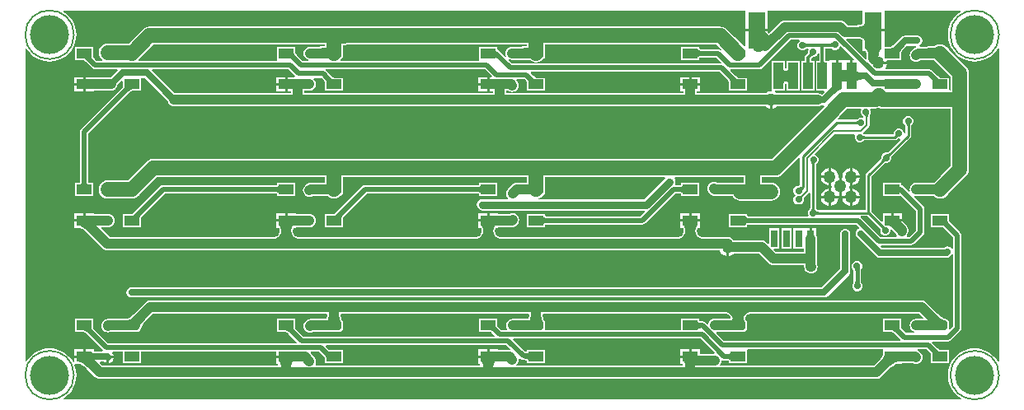
<source format=gbl>
G04*
G04 #@! TF.GenerationSoftware,Altium Limited,Altium Designer,21.4.1 (30)*
G04*
G04 Layer_Physical_Order=2*
G04 Layer_Color=16711680*
%FSLAX44Y44*%
%MOMM*%
G71*
G04*
G04 #@! TF.SameCoordinates,2D50AE42-1DF2-48DA-B060-BAF50E4618A4*
G04*
G04*
G04 #@! TF.FilePolarity,Positive*
G04*
G01*
G75*
%ADD10C,0.2000*%
%ADD17C,0.3000*%
%ADD21R,1.8000X3.8000*%
%ADD22R,1.0000X2.7000*%
%ADD67C,0.1700*%
%ADD69C,0.7000*%
%ADD70C,0.5000*%
%ADD71C,1.0000*%
%ADD72C,0.8000*%
%ADD74C,0.2500*%
%ADD75C,0.4000*%
%ADD79C,4.0000*%
%ADD80C,0.7000*%
%ADD81C,1.2700*%
%ADD82R,1.5000X1.0000*%
G04:AMPARAMS|DCode=83|XSize=1.5mm|YSize=1mm|CornerRadius=0.25mm|HoleSize=0mm|Usage=FLASHONLY|Rotation=180.000|XOffset=0mm|YOffset=0mm|HoleType=Round|Shape=RoundedRectangle|*
%AMROUNDEDRECTD83*
21,1,1.5000,0.5000,0,0,180.0*
21,1,1.0000,1.0000,0,0,180.0*
1,1,0.5000,-0.5000,0.2500*
1,1,0.5000,0.5000,0.2500*
1,1,0.5000,0.5000,-0.2500*
1,1,0.5000,-0.5000,-0.2500*
%
%ADD83ROUNDEDRECTD83*%
%ADD84C,1.5000*%
%ADD85R,0.7000X1.7000*%
G36*
X859581Y386240D02*
X859527Y386190D01*
X858891Y385802D01*
X858017Y385446D01*
X856899Y385146D01*
X855544Y384921D01*
X853959Y384781D01*
X853062Y384758D01*
X844810D01*
X841589Y387979D01*
X840190Y389052D01*
X838560Y389728D01*
X836811Y389958D01*
X780189D01*
X778440Y389728D01*
X776810Y389052D01*
X775411Y387979D01*
X763853Y376420D01*
X762661Y377612D01*
Y378325D01*
X739581D01*
Y363451D01*
X738311Y362920D01*
X728697Y372426D01*
X720562Y380561D01*
X718640Y382036D01*
X716402Y382963D01*
X715201Y383121D01*
X714000Y383279D01*
X714000Y383279D01*
X524000D01*
X524000Y383279D01*
X524000Y383279D01*
X127500D01*
X125098Y382963D01*
X122860Y382036D01*
X120939Y380561D01*
X120938Y380561D01*
X109948Y369571D01*
X106387Y366037D01*
X84997D01*
X82595Y365721D01*
X80357Y364794D01*
X78435Y363319D01*
X76961Y361397D01*
X76034Y359159D01*
X75717Y356758D01*
X76034Y354356D01*
X76961Y352118D01*
X78435Y350196D01*
X79274Y349552D01*
X78843Y348282D01*
X73444D01*
X71708Y350018D01*
X70699Y351093D01*
X69979Y351973D01*
X69700Y352363D01*
Y362700D01*
X51300D01*
Y349300D01*
X59348D01*
X59849Y349080D01*
X60438Y348747D01*
X61075Y348314D01*
X62392Y347222D01*
X68642Y340972D01*
X70031Y340044D01*
X71670Y339718D01*
X94560D01*
X95046Y338544D01*
X87260Y330758D01*
X70540D01*
Y331540D01*
X61770D01*
Y324000D01*
Y316460D01*
X70540D01*
Y317242D01*
X88000D01*
X89749Y317472D01*
X91379Y318148D01*
X92779Y319221D01*
X93852Y320621D01*
X94528Y322251D01*
X94646Y323148D01*
X99127Y327629D01*
X100300Y327143D01*
Y321231D01*
X99945Y320732D01*
X98537Y319093D01*
X57472Y278028D01*
X56544Y276639D01*
X56218Y275000D01*
Y224824D01*
X56179Y224389D01*
X56079Y223788D01*
X55954Y223325D01*
X55823Y223005D01*
X55712Y222822D01*
X55644Y222749D01*
X55619Y222732D01*
X55591Y222722D01*
X55382Y222700D01*
X51300D01*
Y209300D01*
X69700D01*
Y222700D01*
X65618D01*
X65409Y222722D01*
X65381Y222732D01*
X65356Y222749D01*
X65288Y222822D01*
X65177Y223005D01*
X65045Y223325D01*
X64921Y223788D01*
X64821Y224389D01*
X64782Y224824D01*
Y273226D01*
X106916Y315360D01*
X107425Y315807D01*
X108166Y316391D01*
X108835Y316848D01*
X109423Y317182D01*
X109693Y317300D01*
X118700D01*
Y330698D01*
X122804D01*
X146354Y307148D01*
X146473Y306251D01*
X147148Y304621D01*
X148222Y303221D01*
X149621Y302148D01*
X151251Y301472D01*
X153000Y301242D01*
X760401D01*
X760662Y300981D01*
X762690Y299811D01*
X764851Y299232D01*
Y308095D01*
X767391D01*
Y299232D01*
X769552Y299811D01*
X771580Y300981D01*
X771840Y301242D01*
X814000D01*
X815749Y301472D01*
X817379Y302148D01*
X818096Y302698D01*
X820000D01*
X820312Y302760D01*
X820938Y301590D01*
X766627Y247279D01*
X315000D01*
X315000Y247279D01*
X315000Y247279D01*
X131500D01*
X131500Y247279D01*
X130299Y247121D01*
X129098Y246963D01*
X126860Y246036D01*
X124938Y244562D01*
X124938Y244561D01*
X109948Y229571D01*
X105624Y225279D01*
X84958D01*
X82557Y224963D01*
X80319Y224036D01*
X78397Y222561D01*
X78397Y222561D01*
X78300Y222464D01*
X76825Y220542D01*
X75898Y218304D01*
X75582Y215903D01*
X75898Y213501D01*
X76825Y211263D01*
X78300Y209341D01*
X80222Y207867D01*
X82459Y206940D01*
X84861Y206623D01*
X85600Y206721D01*
X109500D01*
X109500Y206721D01*
X110701Y206879D01*
X111902Y207037D01*
X114140Y207964D01*
X116061Y209438D01*
X116223Y209600D01*
X117528Y210472D01*
X118166Y211427D01*
X124921Y218298D01*
X135344Y228721D01*
X307721D01*
Y222960D01*
X297614Y222758D01*
X293000D01*
X291251Y222528D01*
X289621Y221852D01*
X288221Y220779D01*
X287222Y219778D01*
X286148Y218379D01*
X285473Y216749D01*
X285242Y215000D01*
X285473Y213251D01*
X286148Y211621D01*
X287222Y210222D01*
X288621Y209148D01*
X290251Y208472D01*
X292000Y208242D01*
X293749Y208472D01*
X295379Y209148D01*
X295502Y209242D01*
X299220D01*
X309059Y209157D01*
X310861Y209075D01*
X310921Y209068D01*
X312360Y207964D01*
X314598Y207037D01*
X317000Y206721D01*
X319402Y207037D01*
X321640Y207964D01*
X323562Y209438D01*
X323646Y209548D01*
X325028Y210472D01*
X325956Y211861D01*
X326282Y213500D01*
Y218500D01*
X326279Y218514D01*
Y228721D01*
X515221D01*
Y222758D01*
X505065D01*
X503316Y222528D01*
X501686Y221852D01*
X500286Y220779D01*
X495688Y216180D01*
X494614Y214780D01*
X493939Y213150D01*
X493709Y211401D01*
X493939Y209652D01*
X494614Y208022D01*
X495336Y207082D01*
X494747Y205812D01*
X471213D01*
X469712Y206110D01*
X469712Y206110D01*
X469691D01*
X467467Y205668D01*
X465581Y204408D01*
X464321Y202523D01*
X463879Y200299D01*
X464321Y198074D01*
X465581Y196189D01*
X465647Y196145D01*
X465901Y195891D01*
X465901Y195891D01*
X467787Y194631D01*
X470011Y194188D01*
X470011Y194188D01*
X636069D01*
X636555Y193015D01*
X631823Y188282D01*
X535816D01*
X535386Y188320D01*
X534784Y188419D01*
X534319Y188543D01*
X533997Y188673D01*
X533814Y188783D01*
X533742Y188849D01*
X533728Y188869D01*
X533721Y188889D01*
X533700Y189088D01*
Y190700D01*
X531984D01*
X531969Y190703D01*
X531955Y190700D01*
X515300D01*
Y177300D01*
X531955D01*
X531969Y177297D01*
X531984Y177300D01*
X533700D01*
Y178912D01*
X533721Y179111D01*
X533728Y179131D01*
X533742Y179151D01*
X533814Y179217D01*
X533997Y179327D01*
X534319Y179457D01*
X534784Y179581D01*
X535386Y179680D01*
X535816Y179718D01*
X633596D01*
X635235Y180044D01*
X636625Y180972D01*
X667370Y211718D01*
X671684D01*
X672114Y211680D01*
X672716Y211581D01*
X673181Y211458D01*
X673503Y211327D01*
X673687Y211217D01*
X673758Y211151D01*
X673772Y211131D01*
X673779Y211111D01*
X673800Y210912D01*
Y209300D01*
X675516D01*
X675530Y209297D01*
X675545Y209300D01*
X692200D01*
Y222700D01*
X675545D01*
X675530Y222703D01*
X675516Y222700D01*
X673800D01*
Y221088D01*
X673779Y220889D01*
X673772Y220869D01*
X673758Y220849D01*
X673687Y220783D01*
X673503Y220673D01*
X673181Y220543D01*
X672716Y220419D01*
X672114Y220320D01*
X671684Y220282D01*
X667718D01*
X667120Y221402D01*
X667369Y221776D01*
X667812Y224000D01*
X667369Y226224D01*
X666550Y227451D01*
X667228Y228721D01*
X737721D01*
Y222875D01*
X734405D01*
X733705Y222782D01*
X727000D01*
X726877Y222758D01*
X710502D01*
X710379Y222852D01*
X708749Y223528D01*
X707000Y223758D01*
X705251Y223528D01*
X703621Y222852D01*
X702222Y221779D01*
X701148Y220379D01*
X700472Y218749D01*
X700242Y217000D01*
X700472Y215251D01*
X701148Y213621D01*
X702222Y212222D01*
X703222Y211222D01*
X704621Y210148D01*
X706251Y209473D01*
X708000Y209242D01*
X726250D01*
X726369Y208955D01*
X727843Y207034D01*
X729765Y205559D01*
X732003Y204632D01*
X734405Y204316D01*
X766121D01*
X768523Y204632D01*
X770761Y205559D01*
X772682Y207034D01*
X774157Y208955D01*
X775084Y211193D01*
X775400Y213595D01*
X775084Y215997D01*
X774157Y218235D01*
X772682Y220157D01*
X770761Y221631D01*
X768523Y222558D01*
X766121Y222875D01*
X756279D01*
Y228721D01*
X770471D01*
X770471Y228721D01*
X771672Y228879D01*
X772873Y229037D01*
X775111Y229964D01*
X777032Y231439D01*
X794293Y248699D01*
X795563Y248173D01*
Y220187D01*
X795447Y220109D01*
X795302Y220028D01*
X795156Y219963D01*
X795006Y219910D01*
X794848Y219870D01*
X794680Y219842D01*
X794499Y219827D01*
X794237Y219827D01*
X794082Y219795D01*
X793087D01*
X791176Y219004D01*
X789713Y217541D01*
X788922Y215630D01*
Y213561D01*
X789713Y211650D01*
X790438Y210925D01*
X791103Y210096D01*
X790438Y209266D01*
X789713Y208541D01*
X788922Y206630D01*
Y204561D01*
X789713Y202650D01*
X791176Y201187D01*
X793087Y200396D01*
X795156D01*
X797067Y201187D01*
X798530Y202650D01*
X799322Y204561D01*
Y205449D01*
X799354Y205600D01*
X799360Y205945D01*
X799381Y206216D01*
X799416Y206458D01*
X799462Y206674D01*
X799518Y206862D01*
X799583Y207028D01*
X799654Y207172D01*
X799732Y207299D01*
X799771Y207352D01*
X804717Y212298D01*
X804722Y212305D01*
X805992Y211920D01*
Y196663D01*
X805987Y196616D01*
X805953Y196434D01*
X805907Y196261D01*
X805849Y196096D01*
X805777Y195936D01*
X805691Y195779D01*
X805589Y195623D01*
X805469Y195466D01*
X805290Y195264D01*
X805231Y195165D01*
X804713Y194646D01*
X803921Y192734D01*
Y190666D01*
X804382Y189552D01*
X803533Y188282D01*
X743316D01*
X742886Y188320D01*
X742284Y188419D01*
X741819Y188542D01*
X741497Y188673D01*
X741313Y188783D01*
X741242Y188849D01*
X741228Y188869D01*
X741221Y188889D01*
X741200Y189088D01*
Y190700D01*
X739484D01*
X739470Y190703D01*
X739455Y190700D01*
X722800D01*
Y177300D01*
X739455D01*
X739470Y177297D01*
X739484Y177300D01*
X741200D01*
Y178912D01*
X741221Y179111D01*
X741228Y179131D01*
X741242Y179151D01*
X741313Y179217D01*
X741497Y179327D01*
X741819Y179457D01*
X742284Y179581D01*
X742886Y179680D01*
X743316Y179718D01*
X853631D01*
X856386Y176963D01*
X856394Y176314D01*
X856031Y175521D01*
X855891Y175493D01*
X855457Y175203D01*
X854975Y175003D01*
X854605Y174634D01*
X854171Y174344D01*
X853881Y173910D01*
X853512Y173541D01*
X853312Y173058D01*
X853022Y172624D01*
X852920Y172112D01*
X852720Y171629D01*
Y171107D01*
X852618Y170595D01*
X852720Y170083D01*
Y169561D01*
X852920Y169078D01*
X853022Y168566D01*
X853312Y168132D01*
X853512Y167649D01*
X853881Y167280D01*
X854171Y166846D01*
X873766Y147251D01*
X875486Y146102D01*
X877515Y145698D01*
X946000D01*
X948029Y146102D01*
X949749Y147251D01*
X950749Y148251D01*
X951039Y148685D01*
X951408Y149054D01*
X951448Y149150D01*
X952718Y148897D01*
Y74774D01*
X949738Y71794D01*
X948567Y72419D01*
X948782Y73500D01*
Y78500D01*
X948456Y80139D01*
X947528Y81528D01*
X946500Y82215D01*
X946499Y82216D01*
X946495Y82218D01*
X946477Y82230D01*
X946471Y82236D01*
X946460Y82241D01*
X946139Y82456D01*
X945890Y82506D01*
X945888Y82507D01*
X945021Y82726D01*
X944185Y83022D01*
X943292Y83423D01*
X942348Y83932D01*
X941352Y84551D01*
X940340Y85260D01*
X936896Y88161D01*
X936864Y88193D01*
X925278Y99778D01*
X923879Y100852D01*
X922249Y101528D01*
X920500Y101758D01*
X128500D01*
X126751Y101528D01*
X125121Y100852D01*
X123722Y99778D01*
X112137Y88194D01*
X112080Y88139D01*
X110921Y87086D01*
X108675Y85270D01*
X107648Y84551D01*
X106653Y83932D01*
X105707Y83423D01*
X104815Y83022D01*
X104069Y82758D01*
X85167D01*
X83418Y82528D01*
X81788Y81852D01*
X80388Y80779D01*
X80183Y80574D01*
X79110Y79174D01*
X78435Y77544D01*
X78204Y75795D01*
X78435Y74046D01*
X79110Y72416D01*
X80183Y71017D01*
X81583Y69943D01*
X83213Y69268D01*
X84962Y69037D01*
X86517Y69242D01*
X104377D01*
X104500Y69218D01*
X114500D01*
X116139Y69544D01*
X117528Y70472D01*
X118215Y71500D01*
X118216Y71501D01*
X118218Y71505D01*
X118289Y71610D01*
X118297Y71619D01*
X118300Y71627D01*
X118456Y71861D01*
X118506Y72110D01*
X118507Y72112D01*
X118726Y72979D01*
X119022Y73815D01*
X119423Y74707D01*
X119932Y75652D01*
X120551Y76648D01*
X121259Y77660D01*
X124162Y81104D01*
X124193Y81136D01*
X131299Y88242D01*
X308919D01*
X310060Y86972D01*
X309910Y85533D01*
X309719Y84437D01*
X309486Y83425D01*
X309287Y82758D01*
X293206D01*
X291457Y82528D01*
X289827Y81852D01*
X288427Y80779D01*
X287830Y80181D01*
X286756Y78781D01*
X286081Y77151D01*
X285851Y75402D01*
X286081Y73653D01*
X286756Y72024D01*
X287830Y70624D01*
X289229Y69550D01*
X290859Y68875D01*
X292608Y68645D01*
X294357Y68875D01*
X295244Y69242D01*
X311877D01*
X312000Y69218D01*
X322000D01*
X323639Y69544D01*
X325028Y70472D01*
X325956Y71861D01*
X326282Y73500D01*
Y78500D01*
X326041Y79711D01*
X326041Y79713D01*
X326040Y79716D01*
X325956Y80139D01*
X325816Y80349D01*
X325816Y80350D01*
X325415Y81022D01*
X325085Y81718D01*
X324784Y82519D01*
X324514Y83425D01*
X324281Y84437D01*
X324093Y85516D01*
X323942Y87307D01*
X324802Y88242D01*
X516419D01*
X517560Y86972D01*
X517410Y85533D01*
X517219Y84437D01*
X516986Y83425D01*
X516787Y82758D01*
X500564D01*
X498815Y82528D01*
X497185Y81852D01*
X495785Y80779D01*
X495686Y80679D01*
X494612Y79279D01*
X493937Y77649D01*
X493706Y75900D01*
X493937Y74151D01*
X494612Y72521D01*
X494818Y72252D01*
X494192Y70982D01*
X489074D01*
X486842Y73214D01*
X485973Y74149D01*
X485338Y74940D01*
X484846Y75645D01*
X484700Y75899D01*
Y82700D01*
X466300D01*
Y69300D01*
X478101D01*
X478355Y69154D01*
X479040Y68675D01*
X480542Y67402D01*
X482488Y65456D01*
X482002Y64282D01*
X285774D01*
X279242Y70814D01*
X278267Y71856D01*
X277568Y72713D01*
X277200Y73231D01*
Y82700D01*
X258800D01*
Y69300D01*
X267807D01*
X268077Y69182D01*
X268665Y68848D01*
X269314Y68405D01*
X270677Y67267D01*
X279188Y58756D01*
X278702Y57582D01*
X84974D01*
X71742Y70814D01*
X70767Y71856D01*
X70068Y72713D01*
X69700Y73231D01*
Y82700D01*
X51300D01*
Y69300D01*
X60307D01*
X60577Y69182D01*
X61165Y68848D01*
X61814Y68405D01*
X63177Y67267D01*
X79872Y50572D01*
X79477Y49388D01*
X79409Y49302D01*
X72658D01*
X71543Y49360D01*
X70734Y49452D01*
X70540Y49485D01*
Y51540D01*
X61770D01*
Y44845D01*
X64033Y46351D01*
Y47538D01*
X64141Y47531D01*
X65658Y47514D01*
X65781Y47513D01*
X67969Y48969D01*
X68039Y48690D01*
X68250Y48440D01*
X68600Y48220D01*
X69089Y48029D01*
X69720Y47867D01*
X70490Y47735D01*
X71399Y47632D01*
X73639Y47515D01*
X74970Y47500D01*
Y40500D01*
X73639Y40485D01*
X71653Y40346D01*
X72495Y39291D01*
X75041Y36530D01*
X65469Y31959D01*
X64072Y33303D01*
X61380Y35566D01*
X60085Y36485D01*
X58824Y37263D01*
X57597Y37899D01*
X56405Y38394D01*
X55246Y38748D01*
X54121Y38960D01*
X53031Y39030D01*
X58591Y42730D01*
X50460D01*
Y38611D01*
X49190Y38253D01*
X47357Y41244D01*
X44541Y44541D01*
X41244Y47357D01*
X37546Y49623D01*
X33540Y51283D01*
X29323Y52295D01*
X25000Y52635D01*
X20677Y52295D01*
X16460Y51283D01*
X12454Y49623D01*
X8756Y47357D01*
X5459Y44541D01*
X2643Y41244D01*
X1270Y39004D01*
X0Y39362D01*
Y360638D01*
X1270Y360997D01*
X2643Y358756D01*
X5459Y355459D01*
X8756Y352643D01*
X12454Y350377D01*
X16460Y348717D01*
X20677Y347705D01*
X25000Y347365D01*
X29323Y347705D01*
X33540Y348717D01*
X37546Y350377D01*
X41244Y352643D01*
X44541Y355459D01*
X47357Y358756D01*
X49623Y362454D01*
X51283Y366460D01*
X52295Y370677D01*
X52635Y375000D01*
X52295Y379323D01*
X51283Y383540D01*
X49623Y387546D01*
X47357Y391244D01*
X44541Y394541D01*
X41244Y397357D01*
X39004Y398730D01*
X39362Y400000D01*
X739581D01*
Y380865D01*
X762661D01*
Y400000D01*
X859581D01*
Y386240D01*
D02*
G37*
G36*
X862182Y368000D02*
X862082Y368950D01*
X861781Y369800D01*
X861279Y370550D01*
X860577Y371200D01*
X859674Y371750D01*
X858571Y372200D01*
X857267Y372550D01*
X855762Y372800D01*
X854057Y372950D01*
X852151Y373000D01*
Y383000D01*
X854057Y383050D01*
X855762Y383200D01*
X857267Y383450D01*
X858571Y383800D01*
X859674Y384250D01*
X860577Y384800D01*
X861279Y385450D01*
X861781Y386200D01*
X862082Y387050D01*
X862182Y388000D01*
Y368000D01*
D02*
G37*
G36*
X339107Y366500D02*
X331294Y366338D01*
X327406Y366049D01*
X325857Y365851D01*
X324573Y365616D01*
X323553Y365346D01*
X322796Y365039D01*
X322303Y364697D01*
X321000Y374000D01*
Y381500D01*
X339107Y366500D01*
D02*
G37*
G36*
X829095Y362076D02*
X828889Y362241D01*
X828666Y362389D01*
X828427Y362520D01*
X828171Y362633D01*
X827898Y362729D01*
X827608Y362808D01*
X827301Y362869D01*
X826978Y362912D01*
X826638Y362938D01*
X826281Y362947D01*
X826040Y365947D01*
X826398Y365957D01*
X826737Y365988D01*
X827056Y366039D01*
X827355Y366110D01*
X827635Y366201D01*
X827895Y366313D01*
X828136Y366445D01*
X828357Y366597D01*
X828559Y366770D01*
X828740Y366963D01*
X829095Y362076D01*
D02*
G37*
G36*
X800402Y366575D02*
X800629Y366437D01*
X800872Y366315D01*
X801132Y366209D01*
X801407Y366119D01*
X801699Y366046D01*
X802007Y365989D01*
X802332Y365948D01*
X802672Y365924D01*
X803029Y365916D01*
X803428Y362916D01*
X803069Y362905D01*
X802731Y362874D01*
X802414Y362821D01*
X802117Y362748D01*
X801842Y362653D01*
X801586Y362537D01*
X801352Y362401D01*
X801138Y362243D01*
X800945Y362064D01*
X800773Y361864D01*
X800191Y366730D01*
X800402Y366575D01*
D02*
G37*
G36*
X902919Y363470D02*
X901421Y361922D01*
X899093Y359198D01*
X898263Y358022D01*
X897657Y356970D01*
X897273Y356042D01*
X897113Y355238D01*
X897176Y354558D01*
X897461Y354002D01*
X897970Y353570D01*
X885570Y360970D01*
X886227Y360686D01*
X886958Y360575D01*
X887763Y360638D01*
X888642Y360873D01*
X889595Y361282D01*
X890622Y361864D01*
X891723Y362618D01*
X892898Y363545D01*
X894146Y364646D01*
X895470Y365919D01*
X902919Y363470D01*
D02*
G37*
G36*
X851136Y349808D02*
X850650Y348635D01*
X849891D01*
Y332595D01*
X847351D01*
Y348635D01*
X834891D01*
Y332595D01*
X832351D01*
Y348635D01*
X826081D01*
Y348635D01*
X825321Y347795D01*
X821976D01*
X821952Y347884D01*
X821902Y348191D01*
X821884Y348400D01*
Y361184D01*
X826821D01*
X827016Y361158D01*
X827212Y361119D01*
X827383Y361073D01*
X827532Y361021D01*
X827660Y360964D01*
X827769Y360904D01*
X827863Y360841D01*
X828008Y360725D01*
X828057Y360700D01*
X828465Y360292D01*
X830376Y359500D01*
X832445D01*
X834356Y360292D01*
X835819Y361754D01*
X836280Y362868D01*
X837778Y363166D01*
X851136Y349808D01*
D02*
G37*
G36*
X714630Y360247D02*
X713820Y359261D01*
X712779Y359956D01*
X711141Y360282D01*
X694316D01*
X693886Y360320D01*
X693284Y360419D01*
X692819Y360542D01*
X692497Y360673D01*
X692314Y360783D01*
X692242Y360849D01*
X692228Y360869D01*
X692221Y360889D01*
X692200Y361088D01*
Y362700D01*
X690484D01*
X690470Y362703D01*
X690455Y362700D01*
X673800D01*
Y349300D01*
X690455D01*
X690470Y349297D01*
X690484Y349300D01*
X692200D01*
Y350912D01*
X692221Y351111D01*
X692228Y351131D01*
X692242Y351151D01*
X692314Y351217D01*
X692497Y351327D01*
X692819Y351457D01*
X693284Y351581D01*
X693886Y351680D01*
X694316Y351718D01*
X709367D01*
X714532Y346552D01*
X714006Y345282D01*
X499774D01*
X495941Y349115D01*
X496621Y350148D01*
X498251Y349473D01*
X500000Y349242D01*
X506723D01*
X516559Y349157D01*
X518361Y349075D01*
X518421Y349068D01*
X519860Y347964D01*
X522098Y347037D01*
X524500Y346721D01*
X526902Y347037D01*
X529140Y347964D01*
X531062Y349439D01*
X531146Y349548D01*
X532528Y350472D01*
X533456Y351861D01*
X533782Y353500D01*
Y358500D01*
X533779Y358515D01*
Y364721D01*
X710156D01*
X714630Y360247D01*
D02*
G37*
G36*
X737963Y360826D02*
X724674Y352537D01*
X724559Y352686D01*
X724233Y353043D01*
X714022Y363372D01*
X721682Y376925D01*
X737963Y360826D01*
D02*
G37*
G36*
X127478Y363372D02*
X116826Y352537D01*
X103537Y360826D01*
X103741Y360995D01*
X104261Y361485D01*
X119818Y376925D01*
X127478Y363372D01*
D02*
G37*
G36*
X809358Y353818D02*
X809099Y353780D01*
X808840Y353719D01*
X808581Y353634D01*
X808322Y353527D01*
X808063Y353396D01*
X807805Y353242D01*
X807546Y353065D01*
X807288Y352865D01*
X807030Y352641D01*
X806772Y352395D01*
X804384Y354250D01*
X804631Y354511D01*
X804847Y354772D01*
X805035Y355034D01*
X805193Y355296D01*
X805322Y355558D01*
X805421Y355820D01*
X805492Y356083D01*
X805533Y356346D01*
X805544Y356609D01*
X805526Y356872D01*
X809358Y353818D01*
D02*
G37*
G36*
X515221Y362961D02*
X505115Y362758D01*
X500000D01*
X498251Y362528D01*
X496621Y361852D01*
X495221Y360779D01*
X494148Y359379D01*
X493473Y357749D01*
X493242Y356000D01*
X493473Y354251D01*
X494148Y352621D01*
X493115Y351941D01*
X486028Y359028D01*
X484700Y359915D01*
Y362700D01*
X466300D01*
Y349300D01*
X465691Y348282D01*
X323954D01*
X323832Y348643D01*
X323646Y349548D01*
X325028Y350472D01*
X325956Y351861D01*
X326282Y353500D01*
Y358500D01*
X326279Y358515D01*
Y364157D01*
X327580Y364324D01*
X331377Y364606D01*
X336907Y364721D01*
X515221D01*
Y362961D01*
D02*
G37*
G36*
X690519Y360500D02*
X690669Y360080D01*
X690919Y359710D01*
X691270Y359389D01*
X691720Y359117D01*
X692270Y358895D01*
X692919Y358722D01*
X693670Y358599D01*
X694520Y358525D01*
X695470Y358500D01*
Y353500D01*
X694520Y353475D01*
X693670Y353401D01*
X692919Y353278D01*
X692270Y353105D01*
X691720Y352883D01*
X691270Y352611D01*
X690919Y352290D01*
X690669Y351920D01*
X690519Y351500D01*
X690470Y351031D01*
Y360970D01*
X690519Y360500D01*
D02*
G37*
G36*
X879336Y360528D02*
X878661Y360236D01*
X878066Y359748D01*
X877550Y359066D01*
X877113Y358189D01*
X876756Y357117D01*
X876478Y355850D01*
X876280Y354388D01*
X876161Y352731D01*
X876121Y350879D01*
X866121D01*
X866081Y352731D01*
X865764Y355850D01*
X865486Y357117D01*
X865128Y358189D01*
X864692Y359066D01*
X864176Y359748D01*
X863580Y360236D01*
X862906Y360528D01*
X862151Y360626D01*
X880090D01*
X879336Y360528D01*
D02*
G37*
G36*
X519200Y350693D02*
X518992Y350752D01*
X518490Y350804D01*
X516606Y350890D01*
X503910Y351000D01*
Y361000D01*
X519200Y361307D01*
Y350693D01*
D02*
G37*
G36*
X311700D02*
X311492Y350752D01*
X310990Y350804D01*
X309106Y350890D01*
X296410Y351000D01*
Y361000D01*
X311700Y361307D01*
Y350693D01*
D02*
G37*
G36*
X853959Y371219D02*
X855544Y371079D01*
X856899Y370854D01*
X858017Y370554D01*
X858891Y370198D01*
X859527Y369810D01*
X859581Y369760D01*
Y358055D01*
X863259D01*
X863523Y357525D01*
X863812Y356656D01*
X864049Y355575D01*
X864350Y352624D01*
X864363Y352004D01*
Y350879D01*
X864422Y350430D01*
X863219Y349837D01*
X843084Y369972D01*
X843610Y371242D01*
X853062D01*
X853959Y371219D01*
D02*
G37*
G36*
X307721Y362961D02*
X297615Y362758D01*
X292619D01*
X290870Y362528D01*
X289241Y361852D01*
X287841Y360779D01*
X286767Y359379D01*
X286092Y357749D01*
X285862Y356000D01*
X286092Y354251D01*
X286767Y352621D01*
X287841Y351222D01*
X289241Y350148D01*
X290870Y349473D01*
X290585Y348282D01*
X285177D01*
X279048Y354411D01*
X278559Y354963D01*
X277936Y355745D01*
X277456Y356437D01*
X277200Y356885D01*
Y362700D01*
X258800D01*
Y349300D01*
X258191Y348282D01*
X116454D01*
X116266Y348836D01*
X116175Y349552D01*
X116223Y349600D01*
X117528Y350472D01*
X118166Y351427D01*
X124921Y358298D01*
X131344Y364721D01*
X307721D01*
Y362961D01*
D02*
G37*
G36*
X275200Y358578D02*
X275093Y358090D01*
X275118Y357538D01*
X275276Y356925D01*
X275567Y356249D01*
X275989Y355510D01*
X276545Y354710D01*
X277232Y353847D01*
X278053Y352922D01*
X279005Y351934D01*
X276373Y347495D01*
X275305Y348528D01*
X273409Y350144D01*
X272581Y350726D01*
X271834Y351158D01*
X271167Y351440D01*
X270580Y351571D01*
X270074Y351551D01*
X269648Y351381D01*
X269302Y351061D01*
X275439Y359005D01*
X275200Y358578D01*
D02*
G37*
G36*
X67510Y354534D02*
X67256Y354193D01*
X67176Y353747D01*
X67270Y353197D01*
X67540Y352542D01*
X67984Y351782D01*
X68602Y350919D01*
X69395Y349950D01*
X71505Y347700D01*
X64639Y347495D01*
X63760Y348339D01*
X62117Y349701D01*
X61353Y350220D01*
X60627Y350631D01*
X59939Y350934D01*
X59289Y351128D01*
X58677Y351214D01*
X58104Y351192D01*
X57568Y351061D01*
X67939Y354771D01*
X67510Y354534D01*
D02*
G37*
G36*
X820136Y348489D02*
X820181Y347974D01*
X820256Y347519D01*
X820361Y347125D01*
X820496Y346792D01*
X820661Y346519D01*
X820856Y346307D01*
X821081Y346155D01*
X821336Y346064D01*
X821621Y346034D01*
X815621D01*
X815906Y346064D01*
X816161Y346155D01*
X816386Y346307D01*
X816581Y346519D01*
X816746Y346792D01*
X816881Y347125D01*
X816986Y347519D01*
X817061Y347974D01*
X817106Y348489D01*
X817121Y349065D01*
X820121D01*
X820136Y348489D01*
D02*
G37*
G36*
X805136D02*
X805181Y347974D01*
X805256Y347519D01*
X805361Y347125D01*
X805496Y346792D01*
X805661Y346519D01*
X805856Y346307D01*
X806081Y346155D01*
X806336Y346064D01*
X806621Y346034D01*
X800621D01*
X800906Y346064D01*
X801161Y346155D01*
X801386Y346307D01*
X801581Y346519D01*
X801746Y346792D01*
X801881Y347125D01*
X801986Y347519D01*
X802061Y347974D01*
X802106Y348489D01*
X802121Y349065D01*
X805121D01*
X805136Y348489D01*
D02*
G37*
G36*
X783682Y336758D02*
X783699Y336755D01*
X785065Y336635D01*
X786590Y336595D01*
Y328595D01*
X785065Y328555D01*
X783699Y328435D01*
X783682Y328432D01*
Y324595D01*
X783602Y325355D01*
X783361Y326035D01*
X782959Y326635D01*
X782397Y327155D01*
X781674Y327595D01*
X781121Y327821D01*
X780568Y327595D01*
X779845Y327155D01*
X779283Y326635D01*
X778881Y326035D01*
X778640Y325355D01*
X778560Y324595D01*
Y328432D01*
X778542Y328435D01*
X777177Y328555D01*
X775651Y328595D01*
Y336595D01*
X777177Y336635D01*
X778542Y336755D01*
X778560Y336758D01*
Y340595D01*
X778640Y339835D01*
X778881Y339155D01*
X779283Y338555D01*
X779845Y338035D01*
X780568Y337595D01*
X781121Y337370D01*
X781674Y337595D01*
X782397Y338035D01*
X782959Y338555D01*
X783361Y339155D01*
X783602Y339835D01*
X783682Y340595D01*
Y336758D01*
D02*
G37*
G36*
X843682Y336180D02*
X844255Y336130D01*
X845590Y336095D01*
Y329095D01*
X844255Y329060D01*
X843682Y329010D01*
Y325595D01*
X843612Y326260D01*
X843401Y326855D01*
X843049Y327380D01*
X842557Y327835D01*
X841924Y328220D01*
X841151Y328535D01*
X841121Y328543D01*
X841091Y328535D01*
X840318Y328220D01*
X839685Y327835D01*
X839193Y327380D01*
X838841Y326855D01*
X838630Y326260D01*
X838560Y325595D01*
Y329010D01*
X837987Y329060D01*
X836651Y329095D01*
Y336095D01*
X837987Y336130D01*
X838560Y336180D01*
Y339595D01*
X838630Y338930D01*
X838841Y338335D01*
X839193Y337810D01*
X839685Y337355D01*
X840318Y336970D01*
X841091Y336655D01*
X841121Y336647D01*
X841151Y336655D01*
X841924Y336970D01*
X842557Y337355D01*
X843049Y337810D01*
X843401Y338335D01*
X843612Y338930D01*
X843682Y339595D01*
Y336180D01*
D02*
G37*
G36*
X934200Y351588D02*
X946826Y359464D01*
X946941Y359314D01*
X947267Y358957D01*
X957478Y348628D01*
X949818Y335075D01*
X933960Y350755D01*
X933490Y350804D01*
X931606Y350890D01*
X918910Y351000D01*
Y361000D01*
X934200Y361307D01*
Y351588D01*
D02*
G37*
G36*
X853630Y338930D02*
X853841Y338335D01*
X854193Y337810D01*
X854685Y337355D01*
X855318Y336970D01*
X856091Y336655D01*
X857005Y336410D01*
X858059Y336235D01*
X859255Y336130D01*
X860590Y336095D01*
Y329095D01*
X859255Y329060D01*
X858059Y328955D01*
X857005Y328780D01*
X856091Y328535D01*
X855318Y328220D01*
X854685Y327835D01*
X854193Y327380D01*
X853841Y326855D01*
X853630Y326260D01*
X853560Y325595D01*
Y339595D01*
X853630Y338930D01*
D02*
G37*
G36*
X935443Y331628D02*
X937132Y330222D01*
X937907Y329694D01*
X938637Y329282D01*
X939322Y328987D01*
X939960Y328808D01*
X940553Y328745D01*
X941100Y328799D01*
X941601Y328969D01*
X932030Y324398D01*
X932426Y324675D01*
X932655Y325047D01*
X932717Y325515D01*
X932613Y326078D01*
X932343Y326738D01*
X931906Y327493D01*
X931303Y328343D01*
X930533Y329290D01*
X928495Y331469D01*
X934530Y332505D01*
X935443Y331628D01*
D02*
G37*
G36*
X727943D02*
X729632Y330222D01*
X730407Y329694D01*
X731137Y329282D01*
X731822Y328987D01*
X732460Y328808D01*
X733053Y328745D01*
X733600Y328799D01*
X734101Y328969D01*
X724530Y324398D01*
X724926Y324675D01*
X725155Y325047D01*
X725217Y325515D01*
X725113Y326078D01*
X724843Y326738D01*
X724406Y327493D01*
X723803Y328343D01*
X723033Y329290D01*
X720995Y331469D01*
X727030Y332505D01*
X727943Y331628D01*
D02*
G37*
G36*
X520443D02*
X522132Y330222D01*
X522907Y329694D01*
X523637Y329282D01*
X524322Y328987D01*
X524960Y328808D01*
X525553Y328745D01*
X526100Y328799D01*
X526601Y328969D01*
X517030Y324398D01*
X517426Y324675D01*
X517655Y325047D01*
X517717Y325515D01*
X517613Y326078D01*
X517343Y326738D01*
X516906Y327493D01*
X516303Y328343D01*
X515533Y329290D01*
X513495Y331469D01*
X519530Y332505D01*
X520443Y331628D01*
D02*
G37*
G36*
X312943D02*
X314632Y330222D01*
X315407Y329694D01*
X316137Y329282D01*
X316822Y328987D01*
X317460Y328808D01*
X318053Y328745D01*
X318600Y328799D01*
X319102Y328969D01*
X309531Y324398D01*
X309926Y324675D01*
X310155Y325047D01*
X310217Y325515D01*
X310113Y326078D01*
X309843Y326738D01*
X309406Y327492D01*
X308803Y328343D01*
X308033Y329290D01*
X305995Y331469D01*
X312031Y332505D01*
X312943Y331628D01*
D02*
G37*
G36*
X100071Y331121D02*
X93000Y323997D01*
X87997Y329000D01*
X88078Y329071D01*
X89162Y330131D01*
X95121Y336071D01*
X100071Y331121D01*
D02*
G37*
G36*
X111602Y319061D02*
X111103Y319229D01*
X110559Y319280D01*
X109968Y319215D01*
X109330Y319033D01*
X108646Y318735D01*
X107916Y318320D01*
X107139Y317788D01*
X106316Y317140D01*
X105447Y316376D01*
X104530Y315495D01*
X98495Y316530D01*
X99600Y317671D01*
X101311Y319662D01*
X101917Y320513D01*
X102357Y321269D01*
X102630Y321928D01*
X102738Y322491D01*
X102678Y322957D01*
X102453Y323327D01*
X102061Y323602D01*
X111602Y319061D01*
D02*
G37*
G36*
X915011Y362428D02*
X913621Y361852D01*
X912222Y360779D01*
X910221Y358778D01*
X909148Y357379D01*
X908473Y355749D01*
X908242Y354000D01*
X908473Y352251D01*
X909148Y350621D01*
X910221Y349221D01*
X911621Y348148D01*
X913251Y347472D01*
X915000Y347242D01*
X916749Y347472D01*
X918379Y348148D01*
X919779Y349221D01*
X919799Y349242D01*
X921723D01*
X931559Y349157D01*
X933186Y349082D01*
X942805Y339572D01*
X950721Y331656D01*
Y318229D01*
X949970Y317673D01*
X948700Y318312D01*
Y330700D01*
X941513D01*
X941510Y330700D01*
X941508Y330700D01*
X939726D01*
X939409Y330837D01*
X938823Y331168D01*
X938176Y331608D01*
X936815Y332741D01*
X931528Y338028D01*
X930139Y338956D01*
X928500Y339282D01*
X883514D01*
X883028Y340456D01*
X883114Y340541D01*
X884284Y342569D01*
X884863Y344730D01*
X876000D01*
Y347270D01*
X884863D01*
X884589Y348292D01*
X885362Y349300D01*
X899700D01*
Y357043D01*
X899726Y357088D01*
X900463Y358133D01*
X902415Y360417D01*
X905696Y363698D01*
X914758D01*
X915011Y362428D01*
D02*
G37*
G36*
X795150Y368448D02*
X795054Y368408D01*
X793592Y366946D01*
X792800Y365034D01*
Y362966D01*
X793592Y361054D01*
X795054Y359592D01*
X796966Y358800D01*
X799034D01*
X800946Y359592D01*
X802300Y360946D01*
X802306Y360950D01*
X802383Y360995D01*
X802482Y361040D01*
X802609Y361084D01*
X802765Y361122D01*
X802950Y361153D01*
X803840D01*
X804442Y359883D01*
X803800Y358334D01*
Y356780D01*
X803797Y356756D01*
X803800Y356709D01*
Y356485D01*
X803793Y356441D01*
X803770Y356353D01*
X803730Y356249D01*
X803671Y356128D01*
X803587Y355989D01*
X803477Y355835D01*
X801314Y353672D01*
X800607Y352614D01*
X800358Y351365D01*
Y348400D01*
X800340Y348191D01*
X800289Y347884D01*
X800266Y347795D01*
X796921D01*
Y317395D01*
X810321D01*
Y347795D01*
X806976D01*
X806952Y347884D01*
X806902Y348191D01*
X806884Y348400D01*
Y350014D01*
X808414Y351545D01*
X808568Y351664D01*
X808739Y351781D01*
X808899Y351876D01*
X809047Y351951D01*
X809184Y352008D01*
X809309Y352049D01*
X809425Y352076D01*
X809587Y352100D01*
X810034D01*
X811946Y352892D01*
X813408Y354354D01*
X814088Y355996D01*
X815358Y355743D01*
Y348400D01*
X815340Y348191D01*
X815289Y347884D01*
X815266Y347795D01*
X811921D01*
Y317395D01*
X820238D01*
X820724Y316222D01*
X817931Y313429D01*
X817379Y313852D01*
X815749Y314527D01*
X814000Y314758D01*
X772030D01*
X771580Y315209D01*
X769992Y316125D01*
X770333Y317395D01*
X780321D01*
Y324181D01*
X780975Y324668D01*
X781503Y324481D01*
X781921Y324181D01*
Y317395D01*
X795321D01*
Y347795D01*
X781921D01*
Y341009D01*
X781266Y340522D01*
X780739Y340709D01*
X780321Y341009D01*
Y347795D01*
X766921D01*
Y318255D01*
X766921Y317395D01*
X765821Y316985D01*
X764950D01*
X762690Y316379D01*
X760662Y315209D01*
X760211Y314758D01*
X689758D01*
Y316460D01*
X693040D01*
Y322730D01*
X683000D01*
X672960D01*
Y316460D01*
X676242D01*
Y314758D01*
X493758D01*
Y317242D01*
X496498D01*
X496621Y317148D01*
X498251Y316472D01*
X500000Y316242D01*
X501749Y316472D01*
X503379Y317148D01*
X504779Y318221D01*
X505852Y319621D01*
X506527Y321251D01*
X506758Y323000D01*
X506527Y324749D01*
X505852Y326379D01*
X504779Y327779D01*
X504109Y328448D01*
X504577Y329718D01*
X512726D01*
X513247Y329197D01*
X514226Y328149D01*
X514922Y327294D01*
X515300Y326761D01*
Y324310D01*
X515300Y324307D01*
X515300Y324305D01*
Y317300D01*
X533700D01*
Y330700D01*
X526513D01*
X526510Y330700D01*
X526508Y330700D01*
X524726D01*
X524409Y330837D01*
X523823Y331168D01*
X523176Y331608D01*
X521815Y332741D01*
X519012Y335544D01*
X519498Y336718D01*
X713226D01*
X720747Y329197D01*
X721727Y328149D01*
X722422Y327294D01*
X722800Y326761D01*
Y324310D01*
X722800Y324307D01*
X722800Y324305D01*
Y317300D01*
X741200D01*
Y330700D01*
X734013D01*
X734010Y330700D01*
X734008Y330700D01*
X732226D01*
X731909Y330837D01*
X731323Y331168D01*
X730676Y331608D01*
X729315Y332741D01*
X723833Y338223D01*
X724359Y339493D01*
X753776D01*
X755414Y339819D01*
X756804Y340748D01*
X785774Y369718D01*
X794897D01*
X795150Y368448D01*
D02*
G37*
G36*
X479170Y332713D02*
X478684Y331540D01*
X476770D01*
Y324000D01*
Y316460D01*
X480242D01*
Y314758D01*
X286758D01*
Y317242D01*
X292000D01*
X293749Y317472D01*
X295379Y318148D01*
X296779Y319221D01*
X297852Y320621D01*
X298528Y322251D01*
X298758Y324000D01*
X298528Y325749D01*
X297852Y327379D01*
X296779Y328778D01*
X295906Y329448D01*
X296337Y330718D01*
X304226D01*
X305747Y329197D01*
X306726Y328149D01*
X307422Y327294D01*
X307800Y326761D01*
Y324310D01*
X307800Y324307D01*
X307800Y324305D01*
Y317300D01*
X326200D01*
Y330700D01*
X319013D01*
X319010Y330700D01*
X319008Y330700D01*
X317226D01*
X316909Y330837D01*
X316323Y331168D01*
X315676Y331608D01*
X314315Y332741D01*
X309028Y338028D01*
X308400Y338448D01*
X308785Y339718D01*
X472166D01*
X479170Y332713D01*
D02*
G37*
G36*
X277134Y332810D02*
X276608Y331540D01*
X269270D01*
Y324000D01*
Y316460D01*
X273242D01*
Y314758D01*
X153740D01*
X129954Y338544D01*
X130440Y339718D01*
X270226D01*
X277134Y332810D01*
D02*
G37*
G36*
X838590Y319126D02*
X838063Y319076D01*
X837487Y318928D01*
X836862Y318680D01*
X836189Y318334D01*
X835467Y317888D01*
X834696Y317344D01*
X833008Y315958D01*
X832091Y315116D01*
X831126Y314176D01*
X823702Y316651D01*
X825152Y318151D01*
X827416Y320811D01*
X828229Y321971D01*
X828830Y323018D01*
X829219Y323951D01*
X829396Y324771D01*
X829360Y325478D01*
X829112Y326071D01*
X828651Y326551D01*
X838590Y319126D01*
D02*
G37*
G36*
X153003Y313000D02*
X148000Y307997D01*
X147929Y308078D01*
X146869Y309162D01*
X140929Y315121D01*
X145879Y320071D01*
X153003Y313000D01*
D02*
G37*
G36*
X866097Y293692D02*
X865666Y292593D01*
X865561Y292255D01*
X865407Y291620D01*
X865359Y291324D01*
X865331Y291041D01*
X865321Y290773D01*
X863321Y290001D01*
X863305Y290324D01*
X863255Y290629D01*
X863173Y290915D01*
X863058Y291183D01*
X862910Y291433D01*
X862729Y291665D01*
X862515Y291878D01*
X862268Y292073D01*
X861989Y292249D01*
X861676Y292407D01*
X866280Y294087D01*
X866097Y293692D01*
D02*
G37*
G36*
X858501Y298030D02*
X857921Y296630D01*
Y294561D01*
X858713Y292650D01*
X860176Y291187D01*
X860570Y291024D01*
X860716Y290523D01*
X860289Y289988D01*
X859566Y289649D01*
X859516Y289646D01*
X859155Y289795D01*
X857087D01*
X855175Y289003D01*
X854553Y288381D01*
X854429Y288303D01*
X854236Y288120D01*
X854090Y288001D01*
X853944Y287900D01*
X853797Y287816D01*
X853646Y287746D01*
X853490Y287688D01*
X853325Y287642D01*
X853149Y287608D01*
X853101Y287603D01*
X834993D01*
X834467Y288873D01*
X835682Y290088D01*
X837157Y292010D01*
X837174Y292051D01*
X844423Y299300D01*
X857813D01*
X858501Y298030D01*
D02*
G37*
G36*
X855621Y282145D02*
X855381Y282373D01*
X855130Y282577D01*
X854869Y282757D01*
X854598Y282913D01*
X854316Y283045D01*
X854024Y283153D01*
X853721Y283237D01*
X853408Y283297D01*
X853085Y283333D01*
X852752Y283345D01*
Y285845D01*
X853085Y285857D01*
X853408Y285893D01*
X853721Y285953D01*
X854024Y286037D01*
X854316Y286145D01*
X854598Y286277D01*
X854869Y286433D01*
X855130Y286613D01*
X855381Y286817D01*
X855621Y287045D01*
Y282145D01*
D02*
G37*
G36*
X909043Y283479D02*
X908839Y283228D01*
X908659Y282967D01*
X908503Y282695D01*
X908371Y282414D01*
X908263Y282121D01*
X908179Y281819D01*
X908119Y281506D01*
X908083Y281183D01*
X908071Y280849D01*
X905571D01*
X905559Y281183D01*
X905523Y281506D01*
X905463Y281819D01*
X905379Y282121D01*
X905271Y282414D01*
X905139Y282695D01*
X904983Y282967D01*
X904803Y283228D01*
X904599Y283479D01*
X904371Y283719D01*
X909271D01*
X909043Y283479D01*
D02*
G37*
G36*
X897086Y270095D02*
X896755Y270086D01*
X896433Y270053D01*
X896121Y269996D01*
X895819Y269914D01*
X895526Y269809D01*
X895243Y269678D01*
X894970Y269524D01*
X894706Y269345D01*
X894453Y269142D01*
X894208Y268915D01*
X892440Y270682D01*
X892668Y270927D01*
X892871Y271181D01*
X893050Y271444D01*
X893204Y271718D01*
X893334Y272001D01*
X893440Y272293D01*
X893522Y272595D01*
X893579Y272907D01*
X893612Y273229D01*
X893621Y273560D01*
X897086Y270095D01*
D02*
G37*
G36*
X859739Y271817D02*
X859990Y271613D01*
X860251Y271433D01*
X860523Y271277D01*
X860804Y271145D01*
X861096Y271037D01*
X861399Y270953D01*
X861712Y270893D01*
X862035Y270857D01*
X862368Y270845D01*
Y268345D01*
X862035Y268333D01*
X861712Y268297D01*
X861399Y268237D01*
X861096Y268153D01*
X860804Y268045D01*
X860523Y267913D01*
X860251Y267757D01*
X859990Y267577D01*
X859739Y267373D01*
X859499Y267145D01*
Y272045D01*
X859739Y271817D01*
D02*
G37*
G36*
X888801Y251508D02*
X888574Y251264D01*
X888371Y251010D01*
X888192Y250746D01*
X888038Y250473D01*
X887907Y250190D01*
X887802Y249897D01*
X887720Y249595D01*
X887663Y249283D01*
X887629Y248961D01*
X887621Y248630D01*
X884156Y252095D01*
X884487Y252104D01*
X884809Y252137D01*
X885121Y252194D01*
X885423Y252276D01*
X885715Y252382D01*
X885998Y252512D01*
X886272Y252666D01*
X886535Y252845D01*
X886789Y253048D01*
X887034Y253276D01*
X888801Y251508D01*
D02*
G37*
G36*
X884086Y245095D02*
X883755Y245086D01*
X883433Y245053D01*
X883121Y244996D01*
X882819Y244914D01*
X882526Y244809D01*
X882243Y244678D01*
X881970Y244524D01*
X881706Y244345D01*
X881452Y244142D01*
X881208Y243915D01*
X879440Y245682D01*
X879668Y245927D01*
X879871Y246181D01*
X880050Y246444D01*
X880204Y246718D01*
X880334Y247001D01*
X880440Y247293D01*
X880522Y247595D01*
X880579Y247907D01*
X880612Y248229D01*
X880621Y248560D01*
X884086Y245095D01*
D02*
G37*
G36*
X811553Y243514D02*
X811306Y243307D01*
X811084Y243085D01*
X810889Y242849D01*
X810719Y242598D01*
X810576Y242333D01*
X810459Y242054D01*
X810367Y241760D01*
X810302Y241451D01*
X810263Y241128D01*
X810250Y240790D01*
X807750Y241118D01*
X807739Y241447D01*
X807708Y241769D01*
X807654Y242085D01*
X807580Y242394D01*
X807485Y242696D01*
X807368Y242992D01*
X807230Y243281D01*
X807071Y243563D01*
X806891Y243839D01*
X806689Y244108D01*
X811553Y243514D01*
D02*
G37*
G36*
X63025Y225019D02*
X63100Y224170D01*
X63225Y223419D01*
X63400Y222770D01*
X63625Y222220D01*
X63900Y221770D01*
X64225Y221420D01*
X64600Y221169D01*
X65025Y221019D01*
X65500Y220970D01*
X55500D01*
X55975Y221019D01*
X56400Y221169D01*
X56775Y221420D01*
X57100Y221770D01*
X57375Y222220D01*
X57600Y222770D01*
X57775Y223419D01*
X57900Y224170D01*
X57975Y225019D01*
X58000Y225970D01*
X63000D01*
X63025Y225019D01*
D02*
G37*
G36*
X798839Y217423D02*
X798612Y217180D01*
X798408Y216926D01*
X798228Y216663D01*
X798071Y216390D01*
X797938Y216107D01*
X797828Y215814D01*
X797741Y215512D01*
X797678Y215199D01*
X797638Y214877D01*
X797621Y214545D01*
X794242Y218093D01*
X794572Y218094D01*
X794893Y218121D01*
X795204Y218172D01*
X795505Y218249D01*
X795798Y218351D01*
X796080Y218477D01*
X796354Y218630D01*
X796618Y218807D01*
X796872Y219010D01*
X797117Y219237D01*
X798839Y217423D01*
D02*
G37*
G36*
X876354Y299964D02*
X877665Y299421D01*
X878592Y299037D01*
X879793Y298879D01*
X880994Y298721D01*
X880994Y298721D01*
X950721D01*
Y240344D01*
X939948Y229571D01*
X933351Y223023D01*
X920114Y222758D01*
X915000D01*
X913251Y222528D01*
X911621Y221852D01*
X910221Y220779D01*
X909148Y219379D01*
X908473Y217749D01*
X908242Y216000D01*
X908453Y214399D01*
X908168Y214121D01*
X907305Y213751D01*
X902028Y219028D01*
X900639Y219956D01*
X899700Y220143D01*
Y222700D01*
X881300D01*
Y209300D01*
X899644D01*
X914718Y194226D01*
Y173774D01*
X908226Y167282D01*
X905498D01*
X905032Y168552D01*
X905852Y169621D01*
X906527Y171251D01*
X906758Y173000D01*
Y174500D01*
X906527Y176249D01*
X905852Y177879D01*
X904779Y179279D01*
X903704Y180353D01*
X902393Y181706D01*
X901490Y182730D01*
X899197D01*
X899353Y182531D01*
X901121Y180529D01*
X903536Y178036D01*
X895470Y171959D01*
X893973Y173436D01*
X888459Y178265D01*
X887749Y178719D01*
X887171Y179004D01*
X886724Y179118D01*
X886408Y179061D01*
X892887Y182730D01*
X890500D01*
Y184000D01*
X889230D01*
Y191540D01*
X880460D01*
Y183281D01*
X879287Y182795D01*
X877127Y184955D01*
X877127Y184955D01*
X869008Y193074D01*
Y229228D01*
X882698Y242919D01*
X882736Y242949D01*
X882885Y243050D01*
X883034Y243134D01*
X883185Y243203D01*
X883341Y243260D01*
X883504Y243304D01*
X883679Y243336D01*
X883867Y243356D01*
X884132Y243363D01*
X884275Y243395D01*
X885155D01*
X887066Y244187D01*
X888529Y245650D01*
X889321Y247561D01*
Y248441D01*
X889353Y248584D01*
X889360Y248850D01*
X889380Y249037D01*
X889412Y249211D01*
X889456Y249375D01*
X889512Y249531D01*
X889582Y249683D01*
X889666Y249832D01*
X889767Y249980D01*
X889797Y250018D01*
X908948Y269168D01*
X908948Y269168D01*
X909600Y270144D01*
X909829Y271295D01*
Y281199D01*
X909834Y281246D01*
X909868Y281423D01*
X909914Y281588D01*
X909971Y281744D01*
X910042Y281895D01*
X910126Y282041D01*
X910227Y282188D01*
X910346Y282334D01*
X910528Y282526D01*
X910607Y282651D01*
X911229Y283273D01*
X912021Y285184D01*
Y287253D01*
X911229Y289164D01*
X909766Y290627D01*
X907855Y291419D01*
X905787D01*
X903875Y290627D01*
X902412Y289164D01*
X901621Y287253D01*
Y285184D01*
X902412Y283273D01*
X903035Y282651D01*
X903113Y282526D01*
X903296Y282334D01*
X903415Y282188D01*
X903515Y282041D01*
X903600Y281895D01*
X903670Y281744D01*
X903728Y281588D01*
X903774Y281423D01*
X903808Y281246D01*
X903813Y281199D01*
Y273452D01*
X903769Y273378D01*
X903591Y273280D01*
X902321Y274031D01*
Y274629D01*
X901529Y276541D01*
X900066Y278003D01*
X898155Y278795D01*
X896087D01*
X894175Y278003D01*
X892712Y276541D01*
X891921Y274629D01*
Y273750D01*
X891888Y273606D01*
X891881Y273341D01*
X891862Y273153D01*
X891830Y272979D01*
X891786Y272815D01*
X891729Y272659D01*
X891703Y272603D01*
X862019D01*
X861971Y272608D01*
X861795Y272642D01*
X861630Y272688D01*
X861474Y272746D01*
X861323Y272816D01*
X861176Y272900D01*
X861030Y273001D01*
X861005Y273022D01*
X860869Y273262D01*
X860731Y274544D01*
X866267Y280080D01*
X866864Y280973D01*
X867074Y282027D01*
X867074Y282027D01*
Y291052D01*
X867078Y291097D01*
X867108Y291278D01*
X867232Y291793D01*
X867302Y292018D01*
X867692Y293012D01*
X867853Y293360D01*
X867894Y293529D01*
X868321Y294561D01*
Y296630D01*
X867741Y298030D01*
X868430Y299300D01*
X872918D01*
X875319Y299616D01*
X876286Y300016D01*
X876354Y299964D01*
D02*
G37*
G36*
X957478Y223372D02*
X946826Y212537D01*
X934200Y220412D01*
Y210693D01*
X933992Y210752D01*
X933490Y210804D01*
X931606Y210890D01*
X918910Y211000D01*
Y221000D01*
X934069Y221304D01*
X934261Y221485D01*
X949818Y236925D01*
X957478Y223372D01*
D02*
G37*
G36*
X127478D02*
X116826Y212537D01*
X103537Y220826D01*
X103741Y220995D01*
X104261Y221485D01*
X119818Y236925D01*
X127478Y223372D01*
D02*
G37*
G36*
X675530Y211031D02*
X675480Y211500D01*
X675331Y211919D01*
X675080Y212290D01*
X674731Y212611D01*
X674280Y212883D01*
X673730Y213105D01*
X673081Y213278D01*
X672330Y213401D01*
X671480Y213475D01*
X670530Y213500D01*
Y218500D01*
X671480Y218525D01*
X672330Y218599D01*
X673081Y218722D01*
X673730Y218895D01*
X674280Y219117D01*
X674731Y219389D01*
X675080Y219710D01*
X675331Y220081D01*
X675480Y220500D01*
X675530Y220970D01*
Y211031D01*
D02*
G37*
G36*
X311700Y210693D02*
X311492Y210752D01*
X310990Y210804D01*
X309106Y210890D01*
X296410Y211000D01*
Y221000D01*
X311700Y221307D01*
Y210693D01*
D02*
G37*
G36*
X960996Y398730D02*
X958756Y397357D01*
X955459Y394541D01*
X952643Y391244D01*
X950377Y387546D01*
X948717Y383540D01*
X947705Y379323D01*
X947365Y375000D01*
X947705Y370677D01*
X948717Y366460D01*
X950377Y362454D01*
X952643Y358756D01*
X955459Y355459D01*
X958756Y352643D01*
X962454Y350377D01*
X966460Y348717D01*
X970677Y347705D01*
X975000Y347365D01*
X979323Y347705D01*
X983540Y348717D01*
X987546Y350377D01*
X991244Y352643D01*
X994541Y355459D01*
X997357Y358756D01*
X998730Y360997D01*
X1000000Y360638D01*
Y39362D01*
X998730Y39004D01*
X997357Y41244D01*
X994541Y44541D01*
X991244Y47357D01*
X987546Y49623D01*
X983540Y51283D01*
X979323Y52295D01*
X975000Y52635D01*
X970677Y52295D01*
X966460Y51283D01*
X962454Y49623D01*
X958756Y47357D01*
X955459Y44541D01*
X952643Y41244D01*
X950377Y37546D01*
X948717Y33540D01*
X947705Y29323D01*
X947365Y25000D01*
X947705Y20677D01*
X948717Y16460D01*
X950377Y12454D01*
X952643Y8756D01*
X955459Y5459D01*
X958756Y2643D01*
X960996Y1270D01*
X960638Y0D01*
X39362D01*
X39004Y1270D01*
X41244Y2643D01*
X44541Y5459D01*
X47357Y8756D01*
X49623Y12454D01*
X51283Y16460D01*
X52295Y20677D01*
X52635Y25000D01*
X52295Y29323D01*
X51283Y33540D01*
X50599Y35190D01*
X51448Y36460D01*
X56543D01*
X56865Y36326D01*
X57969Y35754D01*
X59128Y35039D01*
X60319Y34193D01*
X62913Y32013D01*
X63355Y31588D01*
X71722Y23221D01*
X73121Y22148D01*
X74751Y21472D01*
X76500Y21242D01*
X874500D01*
X876249Y21472D01*
X877879Y22148D01*
X879278Y23221D01*
X887176Y31119D01*
X889420Y33189D01*
X890663Y34181D01*
X891872Y35039D01*
X893031Y35754D01*
X894135Y36326D01*
X894457Y36460D01*
X900540D01*
Y37242D01*
X911498D01*
X911621Y37148D01*
X913251Y36472D01*
X915000Y36242D01*
X916749Y36472D01*
X918379Y37148D01*
X919779Y38221D01*
X920852Y39621D01*
X921527Y41251D01*
X921758Y43000D01*
X921527Y44749D01*
X920852Y46379D01*
X919779Y47779D01*
X918779Y48779D01*
X917379Y49852D01*
X915749Y50528D01*
X916034Y51718D01*
X925726D01*
X928247Y49197D01*
X929227Y48149D01*
X929922Y47294D01*
X930300Y46761D01*
Y44310D01*
X930300Y44307D01*
X930300Y44305D01*
Y37300D01*
X948700D01*
Y50700D01*
X941513D01*
X941510Y50700D01*
X941508Y50700D01*
X939726D01*
X939409Y50837D01*
X938823Y51168D01*
X938176Y51608D01*
X936815Y52741D01*
X931108Y58448D01*
X931634Y59718D01*
X948000D01*
X949639Y60044D01*
X951028Y60972D01*
X960028Y69972D01*
X960956Y71361D01*
X961282Y73000D01*
Y169000D01*
X960956Y170639D01*
X960028Y172028D01*
X950842Y181214D01*
X949973Y182149D01*
X949338Y182941D01*
X948846Y183645D01*
X948700Y183899D01*
Y190700D01*
X930300D01*
Y177300D01*
X942101D01*
X942355Y177154D01*
X943040Y176675D01*
X944541Y175403D01*
X952718Y167226D01*
Y155103D01*
X951448Y154851D01*
X951408Y154946D01*
X951039Y155315D01*
X950749Y155749D01*
X950315Y156039D01*
X949946Y156408D01*
X949463Y156608D01*
X949029Y156898D01*
X948517Y157000D01*
X948034Y157200D01*
X947512D01*
X947000Y157302D01*
X946488Y157200D01*
X945966D01*
X945483Y157000D01*
X944971Y156898D01*
X944537Y156608D01*
X944054Y156408D01*
X943948Y156302D01*
X879711D01*
X878469Y157544D01*
X878955Y158718D01*
X910000D01*
X911639Y159044D01*
X913028Y159972D01*
X922028Y168972D01*
X922956Y170361D01*
X923282Y172000D01*
Y196000D01*
X922956Y197639D01*
X922028Y199028D01*
X912751Y208305D01*
X913121Y209168D01*
X913399Y209453D01*
X915000Y209242D01*
X921720D01*
X931559Y209157D01*
X933361Y209075D01*
X933421Y209068D01*
X934860Y207964D01*
X937098Y207037D01*
X939500Y206721D01*
X941902Y207037D01*
X944140Y207964D01*
X946061Y209438D01*
X946223Y209600D01*
X947528Y210472D01*
X948166Y211427D01*
X954921Y218298D01*
X966561Y229939D01*
X966562Y229939D01*
X968036Y231860D01*
X968963Y234098D01*
X969279Y236500D01*
X969279Y236500D01*
Y304000D01*
Y335500D01*
X969279Y335500D01*
X968963Y337902D01*
X968036Y340140D01*
X966562Y342062D01*
X966561Y342062D01*
X953032Y355591D01*
X948524Y360151D01*
X948271Y360428D01*
X948210Y360508D01*
X947528Y361528D01*
X946223Y362400D01*
X946061Y362561D01*
X944140Y364036D01*
X941902Y364963D01*
X939500Y365279D01*
X937098Y364963D01*
X934860Y364036D01*
X933545Y363027D01*
X920115Y362758D01*
X919106D01*
X918018Y364028D01*
X918029Y364102D01*
X918463Y364392D01*
X918946Y364592D01*
X919315Y364961D01*
X919749Y365251D01*
X920039Y365685D01*
X920408Y366054D01*
X920608Y366537D01*
X920898Y366971D01*
X921000Y367483D01*
X921200Y367966D01*
Y368488D01*
X921302Y369000D01*
X921200Y369512D01*
Y370034D01*
X921000Y370517D01*
X920898Y371029D01*
X920608Y371463D01*
X920408Y371946D01*
X920039Y372315D01*
X919749Y372749D01*
X919315Y373039D01*
X918946Y373408D01*
X918463Y373608D01*
X918029Y373898D01*
X917517Y374000D01*
X917034Y374200D01*
X916512D01*
X916000Y374302D01*
X903500D01*
X901471Y373898D01*
X899751Y372749D01*
X892560Y365558D01*
X891787Y364877D01*
X890695Y364015D01*
X889703Y363335D01*
X888824Y362837D01*
X888503Y362700D01*
X885608D01*
X885595Y362703D01*
X885581Y362700D01*
X882661D01*
Y378325D01*
X871121D01*
Y380865D01*
X882661D01*
Y400000D01*
X960638D01*
X960996Y398730D01*
D02*
G37*
G36*
X657232Y227451D02*
X635593Y205812D01*
X527126D01*
X526902Y207037D01*
X529140Y207964D01*
X531062Y209438D01*
X531146Y209548D01*
X532528Y210472D01*
X533456Y211861D01*
X533782Y213500D01*
Y218500D01*
X533779Y218514D01*
Y228721D01*
X656706D01*
X657232Y227451D01*
D02*
G37*
G36*
X798685Y208745D02*
X798480Y208519D01*
X798296Y208274D01*
X798134Y208009D01*
X797995Y207726D01*
X797877Y207424D01*
X797782Y207103D01*
X797709Y206763D01*
X797657Y206405D01*
X797628Y206027D01*
X797621Y205630D01*
X794156Y209095D01*
X794553Y209102D01*
X794931Y209131D01*
X795290Y209183D01*
X795629Y209256D01*
X795950Y209351D01*
X796252Y209469D01*
X796535Y209608D01*
X796799Y209770D01*
X797045Y209953D01*
X797271Y210159D01*
X798685Y208745D01*
D02*
G37*
G36*
X852273Y271772D02*
X851799Y270629D01*
Y268561D01*
X852591Y266649D01*
X854054Y265187D01*
X855965Y264395D01*
X858034D01*
X859945Y265187D01*
X860567Y265809D01*
X860692Y265888D01*
X860884Y266070D01*
X861030Y266189D01*
X861176Y266290D01*
X861323Y266374D01*
X861474Y266445D01*
X861630Y266502D01*
X861795Y266548D01*
X861971Y266582D01*
X862019Y266587D01*
X893121D01*
X894272Y266816D01*
X895248Y267468D01*
X895698Y267919D01*
X895736Y267949D01*
X895884Y268050D01*
X896034Y268134D01*
X896185Y268203D01*
X896341Y268260D01*
X896504Y268304D01*
X896679Y268336D01*
X896867Y268356D01*
X897132Y268363D01*
X897275Y268395D01*
X897871D01*
X898392Y267574D01*
X898494Y267222D01*
X885544Y254271D01*
X885506Y254242D01*
X885357Y254140D01*
X885208Y254056D01*
X885057Y253987D01*
X884901Y253930D01*
X884737Y253886D01*
X884563Y253854D01*
X884375Y253835D01*
X884110Y253828D01*
X883966Y253795D01*
X883086D01*
X881175Y253003D01*
X879713Y251541D01*
X878921Y249629D01*
Y248750D01*
X878888Y248606D01*
X878881Y248341D01*
X878862Y248153D01*
X878830Y247979D01*
X878786Y247815D01*
X878729Y247659D01*
X878660Y247508D01*
X878575Y247359D01*
X878475Y247210D01*
X878445Y247172D01*
X863873Y232601D01*
X863221Y231625D01*
X862992Y230474D01*
Y194603D01*
X814185D01*
X814137Y194608D01*
X813965Y194642D01*
X813807Y194687D01*
X813659Y194744D01*
X813517Y194813D01*
X813379Y194896D01*
X813242Y194995D01*
X813105Y195112D01*
X812921Y195297D01*
X812790Y195385D01*
X812789Y195385D01*
X812701Y195516D01*
X812516Y195699D01*
X812398Y195835D01*
X812300Y195970D01*
X812217Y196107D01*
X812149Y196247D01*
X812092Y196394D01*
X812047Y196551D01*
X812013Y196722D01*
X812008Y196771D01*
Y241118D01*
X812014Y241168D01*
X812047Y241323D01*
X812089Y241460D01*
X812141Y241584D01*
X812203Y241698D01*
X812277Y241808D01*
X812323Y241864D01*
X812370Y241883D01*
X813833Y243346D01*
X814624Y245257D01*
Y247326D01*
X813833Y249237D01*
X812370Y250700D01*
X811227Y251173D01*
X810923Y252665D01*
X831300Y273042D01*
X851433D01*
X852273Y271772D01*
D02*
G37*
G36*
X810262Y196778D02*
X810299Y196455D01*
X810361Y196143D01*
X810447Y195843D01*
X810558Y195554D01*
X810694Y195277D01*
X810854Y195011D01*
X811039Y194757D01*
X811249Y194514D01*
X811483Y194283D01*
X806586Y194113D01*
X806807Y194363D01*
X807005Y194621D01*
X807180Y194888D01*
X807331Y195165D01*
X807459Y195452D01*
X807564Y195747D01*
X807645Y196051D01*
X807703Y196365D01*
X807738Y196688D01*
X807750Y197020D01*
X810250Y197113D01*
X810262Y196778D01*
D02*
G37*
G36*
X811925Y193841D02*
X812169Y193632D01*
X812424Y193447D01*
X812691Y193288D01*
X812969Y193152D01*
X813258Y193042D01*
X813559Y192956D01*
X813870Y192894D01*
X814194Y192857D01*
X814528Y192845D01*
X814448Y190345D01*
X814116Y190333D01*
X813792Y190298D01*
X813479Y190240D01*
X813175Y190158D01*
X812880Y190053D01*
X812594Y189924D01*
X812318Y189772D01*
X812051Y189597D01*
X811794Y189398D01*
X811546Y189176D01*
X811693Y194074D01*
X811925Y193841D01*
D02*
G37*
G36*
X739520Y188500D02*
X739669Y188081D01*
X739920Y187710D01*
X740269Y187389D01*
X740720Y187117D01*
X741270Y186895D01*
X741919Y186722D01*
X742670Y186599D01*
X743520Y186525D01*
X744470Y186500D01*
Y181500D01*
X743520Y181475D01*
X742670Y181401D01*
X741919Y181278D01*
X741270Y181105D01*
X740720Y180883D01*
X740269Y180611D01*
X739920Y180290D01*
X739669Y179919D01*
X739520Y179500D01*
X739470Y179030D01*
Y188969D01*
X739520Y188500D01*
D02*
G37*
G36*
X532020D02*
X532169Y188081D01*
X532420Y187710D01*
X532770Y187389D01*
X533219Y187117D01*
X533769Y186895D01*
X534420Y186722D01*
X535169Y186599D01*
X536020Y186525D01*
X536969Y186500D01*
Y181500D01*
X536020Y181475D01*
X535169Y181401D01*
X534420Y181278D01*
X533769Y181105D01*
X533219Y180883D01*
X532770Y180611D01*
X532420Y180290D01*
X532169Y179919D01*
X532020Y179500D01*
X531969Y179030D01*
Y188969D01*
X532020Y188500D01*
D02*
G37*
G36*
X946659Y185715D02*
X946521Y185258D01*
X946524Y184729D01*
X946668Y184129D01*
X946954Y183458D01*
X947382Y182715D01*
X947950Y181901D01*
X948660Y181015D01*
X950505Y179030D01*
X946970Y175495D01*
X945941Y176488D01*
X944099Y178050D01*
X943285Y178618D01*
X942542Y179046D01*
X941871Y179332D01*
X941271Y179476D01*
X940742Y179479D01*
X940285Y179341D01*
X939898Y179061D01*
X946939Y186102D01*
X946659Y185715D01*
D02*
G37*
G36*
X872873Y180701D02*
X872873Y180701D01*
X878161Y175414D01*
X877921Y174834D01*
Y172766D01*
X878712Y170854D01*
X880175Y169392D01*
X882087Y168600D01*
X884155D01*
X886067Y169392D01*
X887529Y170854D01*
X888321Y172766D01*
Y174394D01*
X889503Y175047D01*
X892667Y172276D01*
X893439Y171504D01*
X893473Y171251D01*
X894148Y169621D01*
X894968Y168552D01*
X894502Y167282D01*
X878178D01*
X858432Y187028D01*
X858000Y187317D01*
X858385Y188587D01*
X864987D01*
X872873Y180701D01*
D02*
G37*
G36*
X718703Y88175D02*
X720173Y87915D01*
X721410Y87503D01*
X722431Y86953D01*
X723268Y86268D01*
X723953Y85431D01*
X724503Y84410D01*
X724627Y84038D01*
X724486Y83425D01*
X724287Y82758D01*
X710023D01*
X709992Y82771D01*
X708243Y83001D01*
X706494Y82771D01*
X704864Y82095D01*
X703465Y81021D01*
X702391Y79622D01*
X701715Y77992D01*
X701671Y77656D01*
X700330Y77201D01*
X698503Y79028D01*
X697114Y79956D01*
X695475Y80282D01*
X694316D01*
X693886Y80320D01*
X693284Y80419D01*
X692819Y80542D01*
X692497Y80673D01*
X692314Y80783D01*
X692242Y80849D01*
X692228Y80869D01*
X692221Y80889D01*
X692200Y81088D01*
Y82700D01*
X690484D01*
X690470Y82703D01*
X690455Y82700D01*
X673800D01*
Y70982D01*
X534280D01*
X533534Y72252D01*
X533782Y73500D01*
Y78500D01*
X533541Y79711D01*
X533541Y79713D01*
X533540Y79716D01*
X533456Y80139D01*
X533316Y80349D01*
X533315Y80350D01*
X532915Y81022D01*
X532585Y81718D01*
X532284Y82519D01*
X532014Y83425D01*
X531781Y84437D01*
X531593Y85516D01*
X531442Y87307D01*
X532302Y88242D01*
X717420D01*
X718703Y88175D01*
D02*
G37*
G36*
X747000Y90000D02*
X745100Y89900D01*
X743400Y89600D01*
X742900Y89433D01*
X741900Y89100D01*
X740600Y88400D01*
X739500Y87500D01*
X738600Y86400D01*
X737900Y85100D01*
X737576Y84127D01*
X737581Y84093D01*
X737837Y82983D01*
X738140Y81966D01*
X738489Y81040D01*
X738884Y80206D01*
X739326Y79464D01*
X724674D01*
X725116Y80206D01*
X725511Y81040D01*
X725860Y81966D01*
X726163Y82983D01*
X726418Y84093D01*
X726424Y84127D01*
X726100Y85100D01*
X725400Y86400D01*
X724500Y87500D01*
X723400Y88400D01*
X722100Y89100D01*
X720600Y89600D01*
X718900Y89900D01*
X717000Y90000D01*
X732000Y100000D01*
X747000Y90000D01*
D02*
G37*
G36*
X529523Y89449D02*
X529872Y85294D01*
X530081Y84093D01*
X530337Y82983D01*
X530640Y81966D01*
X530989Y81040D01*
X531384Y80206D01*
X531826Y79464D01*
X517174D01*
X517616Y80206D01*
X518011Y81040D01*
X518360Y81966D01*
X518663Y82983D01*
X518918Y84093D01*
X519128Y85294D01*
X519407Y87972D01*
X519477Y89449D01*
X519500Y91018D01*
X529500D01*
X529523Y89449D01*
D02*
G37*
G36*
X322023D02*
X322372Y85294D01*
X322581Y84093D01*
X322837Y82983D01*
X323140Y81966D01*
X323489Y81040D01*
X323884Y80206D01*
X324326Y79464D01*
X309674D01*
X310116Y80206D01*
X310511Y81040D01*
X310860Y81966D01*
X311163Y82983D01*
X311418Y84093D01*
X311628Y85294D01*
X311907Y87972D01*
X311977Y89449D01*
X312000Y91018D01*
X322000D01*
X322023Y89449D01*
D02*
G37*
G36*
X935733Y86875D02*
X939282Y83884D01*
X940397Y83104D01*
X941478Y82431D01*
X942525Y81868D01*
X943539Y81412D01*
X944518Y81065D01*
X945463Y80826D01*
X932174Y72537D01*
X931935Y73482D01*
X931588Y74461D01*
X931132Y75475D01*
X930568Y76522D01*
X929896Y77603D01*
X929116Y78718D01*
X927230Y81050D01*
X926125Y82267D01*
X924911Y83518D01*
X934482Y88089D01*
X935733Y86875D01*
D02*
G37*
G36*
X124089Y83518D02*
X122875Y82267D01*
X119884Y78718D01*
X119104Y77603D01*
X118432Y76522D01*
X117868Y75475D01*
X117412Y74461D01*
X117065Y73482D01*
X116826Y72537D01*
X103537Y80826D01*
X104482Y81065D01*
X105461Y81412D01*
X106475Y81868D01*
X107522Y82431D01*
X108603Y83104D01*
X109718Y83884D01*
X112050Y85770D01*
X113267Y86875D01*
X114518Y88089D01*
X124089Y83518D01*
D02*
G37*
G36*
X690519Y80500D02*
X690669Y80080D01*
X690919Y79710D01*
X691270Y79389D01*
X691720Y79117D01*
X692270Y78895D01*
X692919Y78722D01*
X693670Y78599D01*
X694520Y78525D01*
X695470Y78500D01*
Y73500D01*
X694520Y73475D01*
X693670Y73401D01*
X692919Y73278D01*
X692270Y73105D01*
X691720Y72883D01*
X691270Y72611D01*
X690919Y72290D01*
X690669Y71919D01*
X690519Y71500D01*
X690470Y71031D01*
Y80969D01*
X690519Y80500D01*
D02*
G37*
G36*
X922012Y83931D02*
X921526Y82758D01*
X915000D01*
X913251Y82528D01*
X911621Y81852D01*
X910221Y80779D01*
X909148Y79379D01*
X908473Y77749D01*
X908242Y76000D01*
X908473Y74251D01*
X909148Y72621D01*
X910221Y71221D01*
X911621Y70148D01*
X913251Y69472D01*
X912966Y68282D01*
X904274D01*
X901741Y70815D01*
X900767Y71856D01*
X900068Y72713D01*
X899700Y73231D01*
Y82700D01*
X881300D01*
Y69300D01*
X890307D01*
X890577Y69182D01*
X891165Y68848D01*
X891814Y68405D01*
X893177Y67267D01*
X898892Y61552D01*
X898366Y60282D01*
X717249D01*
X709559Y67972D01*
X710085Y69242D01*
X726877D01*
X727000Y69218D01*
X737000D01*
X738639Y69544D01*
X740028Y70472D01*
X740956Y71861D01*
X741282Y73500D01*
Y78500D01*
X741041Y79711D01*
X741041Y79713D01*
X741040Y79716D01*
X740956Y80139D01*
X740816Y80349D01*
X740815Y80350D01*
X740415Y81022D01*
X740086Y81718D01*
X739784Y82519D01*
X739514Y83425D01*
X739373Y84038D01*
X739497Y84410D01*
X740047Y85431D01*
X740732Y86268D01*
X741569Y86953D01*
X742590Y87503D01*
X743827Y87915D01*
X745297Y88175D01*
X746581Y88242D01*
X917701D01*
X922012Y83931D01*
D02*
G37*
G36*
X897547Y75327D02*
X897322Y74957D01*
X897262Y74490D01*
X897370Y73928D01*
X897643Y73269D01*
X898083Y72513D01*
X898689Y71662D01*
X899461Y70714D01*
X901505Y68531D01*
X895470Y67495D01*
X894554Y68376D01*
X892861Y69788D01*
X892084Y70320D01*
X891354Y70735D01*
X890670Y71033D01*
X890032Y71215D01*
X889441Y71280D01*
X888897Y71229D01*
X888398Y71061D01*
X897939Y75602D01*
X897547Y75327D01*
D02*
G37*
G36*
X482659Y77715D02*
X482521Y77258D01*
X482524Y76729D01*
X482668Y76129D01*
X482954Y75458D01*
X483382Y74715D01*
X483950Y73901D01*
X484660Y73015D01*
X486505Y71031D01*
X482970Y67495D01*
X481941Y68488D01*
X480099Y70050D01*
X479285Y70618D01*
X478543Y71046D01*
X477871Y71332D01*
X477271Y71476D01*
X476742Y71479D01*
X476285Y71341D01*
X475898Y71061D01*
X482939Y78102D01*
X482659Y77715D01*
D02*
G37*
G36*
X275047Y75327D02*
X274822Y74957D01*
X274762Y74490D01*
X274870Y73928D01*
X275143Y73269D01*
X275583Y72513D01*
X276189Y71662D01*
X276961Y70714D01*
X279005Y68531D01*
X272970Y67495D01*
X272054Y68376D01*
X270361Y69788D01*
X269584Y70320D01*
X268854Y70735D01*
X268170Y71033D01*
X267532Y71215D01*
X266941Y71280D01*
X266397Y71229D01*
X265898Y71061D01*
X275439Y75602D01*
X275047Y75327D01*
D02*
G37*
G36*
X67547Y75327D02*
X67322Y74957D01*
X67263Y74490D01*
X67370Y73928D01*
X67643Y73269D01*
X68083Y72513D01*
X68689Y71662D01*
X69461Y70714D01*
X71505Y68531D01*
X65469Y67495D01*
X64553Y68376D01*
X62861Y69788D01*
X62084Y70320D01*
X61354Y70735D01*
X60670Y71033D01*
X60032Y71215D01*
X59441Y71280D01*
X58897Y71229D01*
X58398Y71061D01*
X67939Y75602D01*
X67547Y75327D01*
D02*
G37*
G36*
X498027Y51917D02*
X497434Y50714D01*
X497100Y50758D01*
X485540D01*
Y51540D01*
X476770D01*
Y44000D01*
X475500D01*
Y42730D01*
X465460D01*
Y36460D01*
X466952D01*
X467167Y36028D01*
X466382Y34758D01*
X298549D01*
X297980Y36028D01*
X298528Y37351D01*
X298758Y39100D01*
X298528Y40849D01*
X297852Y42479D01*
X296779Y43878D01*
X292909Y47748D01*
X293435Y49018D01*
X301926D01*
X305917Y45027D01*
X306391Y44491D01*
X306999Y43724D01*
X307471Y43041D01*
X307800Y42464D01*
Y37300D01*
X326200D01*
Y50700D01*
X312778D01*
X312123Y51163D01*
X310539Y52517D01*
X308512Y54544D01*
X308998Y55718D01*
X494226D01*
X498027Y51917D01*
D02*
G37*
G36*
X707816Y48128D02*
X707290Y46858D01*
X693040D01*
Y51540D01*
X684270D01*
Y44000D01*
X683000D01*
Y42730D01*
X672960D01*
Y36460D01*
X674642D01*
X674814Y36277D01*
X674849Y35721D01*
X674085Y34758D01*
X504827D01*
X504396Y36028D01*
X504779Y36321D01*
X505852Y37721D01*
X506527Y39351D01*
X506758Y41100D01*
X506714Y41434D01*
X507917Y42027D01*
X508361Y41583D01*
X509751Y40655D01*
X511389Y40328D01*
X513182D01*
X513621Y40290D01*
X514226Y40190D01*
X514693Y40065D01*
X515018Y39932D01*
X515205Y39819D01*
X515280Y39749D01*
X515298Y39723D01*
X515300Y39718D01*
Y37300D01*
X533700D01*
Y50700D01*
X517039D01*
X517025Y50703D01*
X517011Y50700D01*
X515300D01*
Y49261D01*
X515167Y49201D01*
X514807Y49091D01*
X514329Y48995D01*
X513227Y48893D01*
X513163D01*
X500812Y61244D01*
X501298Y62418D01*
X693526D01*
X707816Y48128D01*
D02*
G37*
G36*
X935443Y51628D02*
X937132Y50222D01*
X937907Y49694D01*
X938637Y49282D01*
X939322Y48987D01*
X939960Y48808D01*
X940553Y48745D01*
X941100Y48799D01*
X941601Y48969D01*
X932030Y44398D01*
X932426Y44675D01*
X932655Y45047D01*
X932717Y45515D01*
X932613Y46078D01*
X932343Y46738D01*
X931906Y47493D01*
X931303Y48343D01*
X930533Y49290D01*
X928495Y51469D01*
X934530Y52505D01*
X935443Y51628D01*
D02*
G37*
G36*
X309126Y51445D02*
X311057Y49794D01*
X311894Y49202D01*
X312644Y48768D01*
X313308Y48489D01*
X313886Y48367D01*
X314377Y48401D01*
X314783Y48592D01*
X315102Y48939D01*
X309561Y40399D01*
X309774Y40852D01*
X309860Y41362D01*
X309819Y41928D01*
X309652Y42550D01*
X309359Y43229D01*
X308939Y43965D01*
X308393Y44756D01*
X307720Y45604D01*
X306921Y46509D01*
X305995Y47470D01*
X308030Y52505D01*
X309126Y51445D01*
D02*
G37*
G36*
X517061Y39611D02*
X517009Y40086D01*
X516857Y40511D01*
X516605Y40886D01*
X516252Y41211D01*
X515799Y41486D01*
X515246Y41711D01*
X514593Y41886D01*
X513839Y42011D01*
X512985Y42086D01*
X512030Y42111D01*
Y47111D01*
X512980Y47129D01*
X514580Y47278D01*
X515230Y47408D01*
X515780Y47575D01*
X516231Y47780D01*
X516581Y48021D01*
X516830Y48300D01*
X516981Y48616D01*
X517030Y48969D01*
X517061Y39611D01*
D02*
G37*
G36*
X724561Y39111D02*
X724509Y39586D01*
X724357Y40011D01*
X724105Y40386D01*
X723752Y40711D01*
X723299Y40986D01*
X722746Y41211D01*
X722093Y41386D01*
X721339Y41511D01*
X720485Y41586D01*
X719530Y41611D01*
Y46611D01*
X720480Y46634D01*
X721330Y46705D01*
X722081Y46823D01*
X722730Y46988D01*
X723280Y47200D01*
X723730Y47460D01*
X724081Y47767D01*
X724331Y48120D01*
X724481Y48521D01*
X724530Y48969D01*
X724561Y39111D01*
D02*
G37*
G36*
X880460Y51540D02*
Y45457D01*
X880326Y45135D01*
X879754Y44031D01*
X879039Y42872D01*
X878193Y41681D01*
X876013Y39087D01*
X875588Y38645D01*
X871701Y34758D01*
X713947D01*
X713320Y36028D01*
X713852Y36721D01*
X714528Y38351D01*
X714700Y39663D01*
X715672Y40257D01*
X716011Y40315D01*
X716251Y40155D01*
X717889Y39829D01*
X720682D01*
X721121Y39790D01*
X721726Y39690D01*
X722193Y39564D01*
X722518Y39432D01*
X722705Y39319D01*
X722781Y39249D01*
X722798Y39223D01*
X722800Y39218D01*
Y37300D01*
X741200D01*
Y50700D01*
X741809Y51718D01*
X879264D01*
X880460Y51540D01*
D02*
G37*
G36*
X257960Y45270D02*
X268000D01*
Y42730D01*
X257960D01*
Y36460D01*
X259452D01*
X259667Y36028D01*
X258882Y34758D01*
X79299D01*
X76629Y37428D01*
X77155Y38698D01*
X81189D01*
X81480Y38407D01*
X83632Y37516D01*
Y43527D01*
X84902D01*
Y44797D01*
X90913D01*
X90022Y46949D01*
X89223Y47748D01*
X89749Y49018D01*
X100300D01*
Y37300D01*
X118700D01*
Y49018D01*
X257960D01*
Y45270D01*
D02*
G37*
G36*
X897970Y39030D02*
X896879Y38960D01*
X895754Y38748D01*
X894595Y38394D01*
X893403Y37899D01*
X892176Y37263D01*
X890915Y36485D01*
X889620Y35566D01*
X888291Y34505D01*
X885530Y31959D01*
X875959Y36530D01*
X877303Y37928D01*
X879566Y40620D01*
X880485Y41915D01*
X881263Y43176D01*
X881899Y44403D01*
X882394Y45595D01*
X882748Y46754D01*
X882960Y47879D01*
X883030Y48969D01*
X897970Y39030D01*
D02*
G37*
G36*
X690000Y38950D02*
X689581Y38709D01*
X689210Y38308D01*
X688889Y37746D01*
X688617Y37023D01*
X688395Y36140D01*
X688222Y35096D01*
X688099Y33891D01*
X688000Y31000D01*
X678000D01*
X677975Y32526D01*
X677778Y35096D01*
X677605Y36140D01*
X677383Y37023D01*
X677111Y37746D01*
X676790Y38308D01*
X676420Y38709D01*
X676000Y38950D01*
X675530Y39030D01*
X690470D01*
X690000Y38950D01*
D02*
G37*
G36*
X482500Y38930D02*
X482080Y38630D01*
X481710Y38131D01*
X481389Y37431D01*
X481117Y36530D01*
X480895Y35431D01*
X480722Y34130D01*
X480525Y30931D01*
X480500Y29030D01*
X470500D01*
X470475Y30931D01*
X470105Y35431D01*
X469883Y36530D01*
X469611Y37431D01*
X469290Y38131D01*
X468919Y38630D01*
X468500Y38930D01*
X468031Y39030D01*
X482970D01*
X482500Y38930D01*
D02*
G37*
G36*
X275000D02*
X274580Y38630D01*
X274210Y38131D01*
X273889Y37431D01*
X273617Y36530D01*
X273395Y35431D01*
X273222Y34130D01*
X273025Y30931D01*
X273000Y29030D01*
X263000D01*
X262975Y30931D01*
X262605Y35431D01*
X262383Y36530D01*
X262111Y37431D01*
X261790Y38131D01*
X261420Y38630D01*
X261000Y38930D01*
X260530Y39030D01*
X275469D01*
X275000Y38930D01*
D02*
G37*
%LPC*%
G36*
X59230Y331540D02*
X50460D01*
Y325270D01*
X59230D01*
Y331540D01*
D02*
G37*
G36*
Y322730D02*
X50460D01*
Y316460D01*
X59230D01*
Y322730D01*
D02*
G37*
G36*
X468031Y222703D02*
X468016Y222700D01*
X466300D01*
Y221088D01*
X466279Y220889D01*
X466272Y220869D01*
X466258Y220849D01*
X466186Y220783D01*
X466003Y220673D01*
X465681Y220543D01*
X465216Y220419D01*
X464614Y220320D01*
X464184Y220282D01*
X349000D01*
X347361Y219956D01*
X345972Y219028D01*
X319594Y192650D01*
X319082Y192201D01*
X318344Y191622D01*
X317677Y191168D01*
X317091Y190837D01*
X316774Y190700D01*
X314992D01*
X314990Y190700D01*
X314987Y190700D01*
X307800D01*
Y177300D01*
X326200D01*
Y184305D01*
X326200Y184307D01*
X326200Y184310D01*
Y186761D01*
X326565Y187276D01*
X327971Y188915D01*
X350774Y211718D01*
X464184D01*
X464614Y211680D01*
X465216Y211581D01*
X465681Y211457D01*
X466003Y211327D01*
X466186Y211217D01*
X466258Y211151D01*
X466272Y211131D01*
X466279Y211111D01*
X466300Y210912D01*
Y209300D01*
X468016D01*
X468031Y209297D01*
X468045Y209300D01*
X484700D01*
Y222700D01*
X468045D01*
X468031Y222703D01*
D02*
G37*
G36*
X260530D02*
X260516Y222700D01*
X258800D01*
Y221088D01*
X258779Y220889D01*
X258772Y220869D01*
X258758Y220849D01*
X258687Y220783D01*
X258503Y220673D01*
X258181Y220543D01*
X257716Y220419D01*
X257114Y220320D01*
X256684Y220282D01*
X141500D01*
X139861Y219956D01*
X138472Y219028D01*
X112094Y192650D01*
X111582Y192201D01*
X110844Y191622D01*
X110177Y191168D01*
X109591Y190837D01*
X109274Y190700D01*
X107492D01*
X107490Y190700D01*
X107487Y190700D01*
X100300D01*
Y177300D01*
X118700D01*
Y184305D01*
X118700Y184307D01*
X118700Y184310D01*
Y186761D01*
X119065Y187276D01*
X120471Y188915D01*
X143274Y211718D01*
X256684D01*
X257114Y211680D01*
X257716Y211581D01*
X258181Y211458D01*
X258503Y211327D01*
X258687Y211217D01*
X258758Y211151D01*
X258772Y211131D01*
X258779Y211111D01*
X258800Y210912D01*
Y209300D01*
X260516D01*
X260530Y209297D01*
X260545Y209300D01*
X277200D01*
Y222700D01*
X260545D01*
X260530Y222703D01*
D02*
G37*
G36*
X693040Y191540D02*
X684270D01*
Y185270D01*
X693040D01*
Y191540D01*
D02*
G37*
G36*
X59230D02*
X50460D01*
Y185270D01*
X59230D01*
Y191540D01*
D02*
G37*
G36*
X474230D02*
X465460D01*
Y185270D01*
X474230D01*
Y191540D01*
D02*
G37*
G36*
X266730D02*
X257960D01*
Y185270D01*
X266730D01*
Y191540D01*
D02*
G37*
G36*
X681730D02*
X672960D01*
Y185270D01*
X681730D01*
Y191540D01*
D02*
G37*
G36*
X485540D02*
X476770D01*
Y184000D01*
X475500D01*
Y182730D01*
X465460D01*
Y176460D01*
X468093D01*
X468200Y176108D01*
X468386Y175187D01*
X468584Y172782D01*
X468415Y171827D01*
X468003Y170590D01*
X467453Y169569D01*
X466768Y168732D01*
X465931Y168047D01*
X464910Y167497D01*
X463673Y167085D01*
X462203Y166825D01*
X460919Y166758D01*
X282581D01*
X281297Y166825D01*
X279827Y167085D01*
X278590Y167497D01*
X277569Y168047D01*
X276732Y168732D01*
X276047Y169569D01*
X275497Y170590D01*
X275085Y171827D01*
X274886Y172952D01*
X274949Y173962D01*
X275106Y175145D01*
X275300Y176108D01*
X275407Y176460D01*
X278040D01*
Y177242D01*
X292000D01*
X293749Y177472D01*
X295379Y178148D01*
X296779Y179221D01*
X297852Y180621D01*
X298528Y182251D01*
X298758Y184000D01*
X298528Y185749D01*
X297852Y187379D01*
X296779Y188778D01*
X296779D01*
X295379Y189852D01*
X293749Y190527D01*
X292000Y190758D01*
X278040D01*
Y191540D01*
X269270D01*
Y184000D01*
X268000D01*
Y182730D01*
X257960D01*
Y176460D01*
X260593D01*
X260700Y176108D01*
X260886Y175187D01*
X261084Y172782D01*
X260915Y171827D01*
X260503Y170590D01*
X259953Y169569D01*
X259268Y168732D01*
X258431Y168047D01*
X257410Y167497D01*
X256173Y167085D01*
X254703Y166825D01*
X253419Y166758D01*
X87299D01*
X77988Y176069D01*
X78474Y177242D01*
X85000D01*
X86749Y177472D01*
X88379Y178148D01*
X89778Y179221D01*
X89841Y179284D01*
X90915Y180684D01*
X91590Y182313D01*
X91820Y184062D01*
X91590Y185812D01*
X90915Y187441D01*
X89841Y188841D01*
X88441Y189915D01*
X86812Y190590D01*
X85063Y190820D01*
X84588Y190758D01*
X70540D01*
Y191540D01*
X61770D01*
Y184845D01*
X67969Y188969D01*
X68040Y187879D01*
X68252Y186754D01*
X68606Y185595D01*
X69101Y184403D01*
X69737Y183176D01*
X70515Y181915D01*
X71434Y180620D01*
X72495Y179291D01*
X75041Y176530D01*
X65469Y171959D01*
X64072Y173303D01*
X61380Y175566D01*
X60085Y176485D01*
X58824Y177263D01*
X57597Y177899D01*
X56405Y178394D01*
X55246Y178748D01*
X54121Y178960D01*
X53031Y179030D01*
X58591Y182730D01*
X50460D01*
Y176460D01*
X56543D01*
X56865Y176326D01*
X57969Y175754D01*
X59128Y175039D01*
X60319Y174193D01*
X62913Y172013D01*
X63355Y171588D01*
X79721Y155222D01*
X81121Y154148D01*
X82751Y153472D01*
X84500Y153242D01*
X713126D01*
X713147Y153164D01*
X714317Y151137D01*
X715972Y149481D01*
X717999Y148311D01*
X720161Y147732D01*
Y156595D01*
X722701D01*
Y147732D01*
X724862Y148311D01*
X726889Y149481D01*
X727245Y149837D01*
X753847D01*
X763462Y140222D01*
X764862Y139148D01*
X766492Y138472D01*
X768241Y138242D01*
X799911D01*
Y136331D01*
X800142Y134582D01*
X800817Y132952D01*
X801891Y131552D01*
X802222Y131222D01*
X803621Y130148D01*
X805251Y129473D01*
X807000Y129242D01*
X808749Y129473D01*
X810379Y130148D01*
X811778Y131222D01*
X812852Y132621D01*
X813528Y134251D01*
X813758Y136000D01*
X813528Y137749D01*
X813427Y137992D01*
Y145000D01*
Y165547D01*
X813197Y167296D01*
X812661Y168590D01*
Y176635D01*
X807891D01*
Y165595D01*
X805351D01*
Y176635D01*
X800581D01*
Y175819D01*
X799321Y175795D01*
X799311Y175795D01*
X788921D01*
Y155395D01*
X798642D01*
X799321Y155395D01*
X799911Y154370D01*
Y151758D01*
X771040D01*
X768576Y154222D01*
X769062Y155395D01*
X774321D01*
Y175795D01*
X763921D01*
Y160536D01*
X762748Y160050D01*
X761424Y161374D01*
X760024Y162447D01*
X758395Y163123D01*
X756646Y163353D01*
X727294D01*
X727283Y163379D01*
X726209Y164778D01*
X724810Y165852D01*
X723180Y166528D01*
X721431Y166758D01*
X697580D01*
X696297Y166825D01*
X694827Y167085D01*
X693590Y167497D01*
X692569Y168047D01*
X691732Y168732D01*
X691047Y169569D01*
X690497Y170590D01*
X690085Y171827D01*
X689886Y172952D01*
X689949Y173962D01*
X690106Y175145D01*
X690300Y176108D01*
X690407Y176460D01*
X693040D01*
Y182730D01*
X683000D01*
X672960D01*
Y176460D01*
X675593D01*
X675700Y176108D01*
X675886Y175187D01*
X676084Y172782D01*
X675915Y171827D01*
X675503Y170590D01*
X674953Y169569D01*
X674268Y168732D01*
X673431Y168047D01*
X672410Y167497D01*
X671173Y167085D01*
X669703Y166825D01*
X668419Y166758D01*
X490080D01*
X488797Y166825D01*
X487327Y167085D01*
X486090Y167497D01*
X485069Y168047D01*
X484232Y168732D01*
X483547Y169569D01*
X482997Y170590D01*
X482585Y171827D01*
X482386Y172952D01*
X482449Y173962D01*
X482606Y175145D01*
X482800Y176108D01*
X482907Y176460D01*
X485540D01*
Y177242D01*
X499861D01*
X501610Y177472D01*
X503240Y178148D01*
X504640Y179221D01*
X505281Y179863D01*
X506355Y181262D01*
X507030Y182892D01*
X507260Y184641D01*
X507030Y186390D01*
X506355Y188020D01*
X505281Y189420D01*
X503881Y190494D01*
X502252Y191169D01*
X500503Y191399D01*
X498754Y191169D01*
X497761Y190758D01*
X485540D01*
Y191540D01*
D02*
G37*
G36*
X786821Y175795D02*
X776421D01*
Y155395D01*
X786821D01*
Y175795D01*
D02*
G37*
G36*
X855216Y142194D02*
X853148D01*
X851236Y141402D01*
X849774Y139939D01*
X848982Y138028D01*
Y135960D01*
X849774Y134048D01*
X850526Y133296D01*
X850531Y133281D01*
X850557Y133173D01*
X850579Y133046D01*
X850608Y132659D01*
Y120398D01*
X850568Y120035D01*
X850547Y119923D01*
X850545Y119913D01*
X850173Y119541D01*
X849381Y117629D01*
Y115561D01*
X850173Y113650D01*
X851635Y112187D01*
X853547Y111395D01*
X855615D01*
X857526Y112187D01*
X858989Y113650D01*
X859781Y115561D01*
Y117629D01*
X858989Y119541D01*
X858236Y120294D01*
X858231Y120310D01*
X858205Y120417D01*
X858183Y120544D01*
X858153Y120932D01*
Y133190D01*
X858194Y133553D01*
X858215Y133665D01*
X858217Y133675D01*
X858590Y134048D01*
X859382Y135960D01*
Y138028D01*
X858590Y139939D01*
X857128Y141402D01*
X855216Y142194D01*
D02*
G37*
G36*
X842000Y175302D02*
X841488Y175200D01*
X840966D01*
X840483Y175000D01*
X839971Y174898D01*
X839537Y174608D01*
X839054Y174408D01*
X838685Y174039D01*
X838251Y173749D01*
X837961Y173315D01*
X837592Y172946D01*
X837392Y172463D01*
X837102Y172029D01*
X837000Y171517D01*
X836800Y171034D01*
Y170512D01*
X836698Y170000D01*
Y134196D01*
X817804Y115302D01*
X109193D01*
X108681Y115200D01*
X108159D01*
X107676Y115000D01*
X107164Y114898D01*
X106730Y114608D01*
X106248Y114408D01*
X105878Y114039D01*
X105444Y113749D01*
X105154Y113315D01*
X104785Y112946D01*
X104585Y112463D01*
X104295Y112029D01*
X104193Y111517D01*
X103993Y111034D01*
Y110512D01*
X103891Y110000D01*
X103993Y109488D01*
Y108966D01*
X104193Y108483D01*
X104295Y107971D01*
X104585Y107537D01*
X104785Y107054D01*
X105154Y106685D01*
X105444Y106251D01*
X105878Y105961D01*
X106248Y105592D01*
X106730Y105392D01*
X107164Y105102D01*
X107676Y105000D01*
X108159Y104800D01*
X108681D01*
X109193Y104698D01*
X820000D01*
X822029Y105102D01*
X823749Y106251D01*
X845749Y128251D01*
X846898Y129971D01*
X847302Y132000D01*
Y170000D01*
X847200Y170512D01*
Y171034D01*
X847000Y171517D01*
X846898Y172029D01*
X846608Y172463D01*
X846408Y172946D01*
X846039Y173315D01*
X845749Y173749D01*
X845315Y174039D01*
X844946Y174408D01*
X844463Y174608D01*
X844029Y174898D01*
X843517Y175000D01*
X843034Y175200D01*
X842512D01*
X842000Y175302D01*
D02*
G37*
G36*
X59230Y51540D02*
X50460D01*
Y45270D01*
X59230D01*
Y51540D01*
D02*
G37*
%LPD*%
G36*
X468031Y211031D02*
X467980Y211500D01*
X467831Y211919D01*
X467580Y212290D01*
X467230Y212611D01*
X466781Y212883D01*
X466231Y213105D01*
X465580Y213278D01*
X464831Y213401D01*
X463980Y213475D01*
X463031Y213500D01*
Y218500D01*
X463980Y218525D01*
X464831Y218599D01*
X465580Y218722D01*
X466231Y218895D01*
X466781Y219117D01*
X467230Y219389D01*
X467580Y219710D01*
X467831Y220081D01*
X467980Y220500D01*
X468031Y220970D01*
Y211031D01*
D02*
G37*
G36*
X328005Y191469D02*
X326903Y190332D01*
X325197Y188343D01*
X324594Y187493D01*
X324157Y186738D01*
X323887Y186078D01*
X323783Y185515D01*
X323845Y185047D01*
X324074Y184675D01*
X324469Y184398D01*
X314898Y188969D01*
X315400Y188799D01*
X315947Y188745D01*
X316540Y188808D01*
X317178Y188987D01*
X317863Y189282D01*
X318593Y189694D01*
X319368Y190222D01*
X320190Y190867D01*
X321057Y191628D01*
X321969Y192505D01*
X328005Y191469D01*
D02*
G37*
G36*
X260530Y211031D02*
X260480Y211500D01*
X260331Y211919D01*
X260081Y212290D01*
X259730Y212611D01*
X259280Y212883D01*
X258731Y213105D01*
X258081Y213278D01*
X257330Y213401D01*
X256481Y213475D01*
X255530Y213500D01*
Y218500D01*
X256481Y218525D01*
X257330Y218599D01*
X258081Y218722D01*
X258731Y218895D01*
X259280Y219117D01*
X259730Y219389D01*
X260081Y219710D01*
X260331Y220081D01*
X260480Y220500D01*
X260530Y220970D01*
Y211031D01*
D02*
G37*
G36*
X120505Y191469D02*
X119403Y190332D01*
X117697Y188343D01*
X117094Y187493D01*
X116657Y186738D01*
X116387Y186078D01*
X116283Y185515D01*
X116345Y185047D01*
X116574Y184675D01*
X116969Y184398D01*
X107399Y188969D01*
X107900Y188799D01*
X108447Y188745D01*
X109040Y188808D01*
X109678Y188987D01*
X110363Y189282D01*
X111093Y189694D01*
X111868Y190222D01*
X112690Y190867D01*
X113557Y191628D01*
X114469Y192505D01*
X120505Y191469D01*
D02*
G37*
G36*
X690000Y178930D02*
X689581Y178631D01*
X689210Y178130D01*
X688889Y177430D01*
X688617Y176530D01*
X688395Y175431D01*
X688222Y174130D01*
X688143Y172854D01*
X688400Y171400D01*
X688900Y169900D01*
X689600Y168600D01*
X690500Y167500D01*
X691600Y166600D01*
X692900Y165900D01*
X694400Y165400D01*
X696100Y165100D01*
X698000Y165000D01*
X683000Y155000D01*
X668000Y165000D01*
X669900Y165100D01*
X671600Y165400D01*
X673100Y165900D01*
X674400Y166600D01*
X675500Y167500D01*
X676400Y168600D01*
X677100Y169900D01*
X677600Y171400D01*
X677830Y172701D01*
X677605Y175431D01*
X677383Y176530D01*
X677111Y177430D01*
X676790Y178130D01*
X676420Y178631D01*
X676000Y178930D01*
X675530Y179030D01*
X690470D01*
X690000Y178930D01*
D02*
G37*
G36*
X482500D02*
X482080Y178631D01*
X481710Y178130D01*
X481389Y177430D01*
X481117Y176530D01*
X480895Y175431D01*
X480722Y174130D01*
X480643Y172854D01*
X480900Y171400D01*
X481400Y169900D01*
X482100Y168600D01*
X483000Y167500D01*
X484100Y166600D01*
X485400Y165900D01*
X486900Y165400D01*
X488600Y165100D01*
X490500Y165000D01*
X475500Y155000D01*
X460500Y165000D01*
X462400Y165100D01*
X464100Y165400D01*
X465600Y165900D01*
X466900Y166600D01*
X468000Y167500D01*
X468900Y168600D01*
X469600Y169900D01*
X470100Y171400D01*
X470330Y172701D01*
X470105Y175431D01*
X469883Y176530D01*
X469611Y177430D01*
X469290Y178130D01*
X468919Y178631D01*
X468500Y178930D01*
X468031Y179030D01*
X482970D01*
X482500Y178930D01*
D02*
G37*
G36*
X275000D02*
X274580Y178631D01*
X274210Y178130D01*
X273889Y177430D01*
X273617Y176530D01*
X273395Y175431D01*
X273222Y174130D01*
X273143Y172854D01*
X273400Y171400D01*
X273900Y169900D01*
X274600Y168600D01*
X275500Y167500D01*
X276600Y166600D01*
X277900Y165900D01*
X279400Y165400D01*
X281100Y165100D01*
X283000Y165000D01*
X268000Y155000D01*
X253000Y165000D01*
X254900Y165100D01*
X256600Y165400D01*
X258100Y165900D01*
X259400Y166600D01*
X260500Y167500D01*
X261400Y168600D01*
X262100Y169900D01*
X262600Y171400D01*
X262830Y172701D01*
X262605Y175431D01*
X262383Y176530D01*
X262111Y177430D01*
X261790Y178130D01*
X261420Y178631D01*
X261000Y178930D01*
X260530Y179030D01*
X275469D01*
X275000Y178930D01*
D02*
G37*
G36*
X856696Y134536D02*
X856630Y134402D01*
X856572Y134236D01*
X856521Y134038D01*
X856478Y133807D01*
X856416Y133249D01*
X856385Y132563D01*
X856381Y132171D01*
X852381Y131893D01*
X852376Y132282D01*
X852300Y133260D01*
X852255Y133523D01*
X852200Y133754D01*
X852134Y133953D01*
X852059Y134120D01*
X851974Y134256D01*
X851878Y134359D01*
X856770Y134638D01*
X856696Y134536D01*
D02*
G37*
G36*
X856386Y121307D02*
X856461Y120330D01*
X856507Y120067D01*
X856562Y119836D01*
X856627Y119637D01*
X856703Y119470D01*
X856788Y119334D01*
X856884Y119230D01*
X851992Y118951D01*
X852066Y119052D01*
X852132Y119186D01*
X852190Y119352D01*
X852241Y119550D01*
X852284Y119781D01*
X852346Y120339D01*
X852377Y121025D01*
X852381Y121417D01*
X856381Y121697D01*
X856386Y121307D01*
D02*
G37*
%LPC*%
G36*
X693040Y331540D02*
X684270D01*
Y325270D01*
X693040D01*
Y331540D01*
D02*
G37*
G36*
X681730D02*
X672960D01*
Y325270D01*
X681730D01*
Y331540D01*
D02*
G37*
G36*
X474230D02*
X465460D01*
Y325270D01*
X474230D01*
Y331540D01*
D02*
G37*
G36*
Y322730D02*
X465460D01*
Y316460D01*
X474230D01*
Y322730D01*
D02*
G37*
G36*
X266730Y331540D02*
X257960D01*
Y325270D01*
X266730D01*
Y331540D01*
D02*
G37*
G36*
Y322730D02*
X257960D01*
Y316460D01*
X266730D01*
Y322730D01*
D02*
G37*
G36*
X900540Y191540D02*
X891770D01*
Y185270D01*
X897371D01*
X897939Y185592D01*
X897770Y185389D01*
X897767Y185270D01*
X900540D01*
Y191540D01*
D02*
G37*
G36*
X849270Y237863D02*
Y230270D01*
X856863D01*
X856284Y232431D01*
X855114Y234459D01*
X853459Y236114D01*
X851431Y237284D01*
X849270Y237863D01*
D02*
G37*
G36*
X824730D02*
X822569Y237284D01*
X820541Y236114D01*
X818886Y234459D01*
X817716Y232431D01*
X817137Y230270D01*
X824730D01*
Y237863D01*
D02*
G37*
G36*
X856863Y227730D02*
X849270D01*
Y220137D01*
X851431Y220716D01*
X853459Y221886D01*
X855114Y223541D01*
X856284Y225569D01*
X856863Y227730D01*
D02*
G37*
G36*
X824730D02*
X817137D01*
X817716Y225569D01*
X818886Y223541D01*
X820541Y221886D01*
X822569Y220716D01*
X824730Y220137D01*
Y227730D01*
D02*
G37*
G36*
X849270Y216863D02*
Y209270D01*
X856863D01*
X856284Y211431D01*
X855114Y213459D01*
X853459Y215114D01*
X851431Y216284D01*
X849270Y216863D01*
D02*
G37*
G36*
X846730Y237863D02*
X844569Y237284D01*
X842541Y236114D01*
X840886Y234459D01*
X839716Y232431D01*
X839110Y230170D01*
Y228953D01*
X838270Y228003D01*
Y219000D01*
Y210008D01*
X838408Y209944D01*
X838944Y209408D01*
X839008Y209270D01*
X846730D01*
Y216992D01*
X846592Y217056D01*
X846056Y217592D01*
X845890Y217953D01*
Y219047D01*
X846730Y219997D01*
Y229000D01*
Y237863D01*
D02*
G37*
G36*
X827270D02*
Y229000D01*
Y219997D01*
X828110Y219047D01*
Y217953D01*
X827944Y217592D01*
X827408Y217056D01*
X827270Y216992D01*
Y209270D01*
X834992D01*
X835056Y209408D01*
X835592Y209944D01*
X835730Y210008D01*
Y219000D01*
Y228003D01*
X834890Y228953D01*
Y230170D01*
X834284Y232431D01*
X833114Y234459D01*
X831459Y236114D01*
X829431Y237284D01*
X827270Y237863D01*
D02*
G37*
G36*
X824730Y216863D02*
X822569Y216284D01*
X820541Y215114D01*
X818886Y213459D01*
X817716Y211431D01*
X817137Y209270D01*
X824730D01*
Y216863D01*
D02*
G37*
G36*
X856863Y206730D02*
X849270D01*
Y199137D01*
X851431Y199716D01*
X853459Y200886D01*
X855114Y202541D01*
X856284Y204569D01*
X856863Y206730D01*
D02*
G37*
G36*
X846730D02*
X839137D01*
X839716Y204569D01*
X840886Y202541D01*
X842541Y200886D01*
X844569Y199716D01*
X846730Y199137D01*
Y206730D01*
D02*
G37*
G36*
X834863D02*
X827270D01*
Y199137D01*
X829431Y199716D01*
X831459Y200886D01*
X833114Y202541D01*
X834284Y204569D01*
X834863Y206730D01*
D02*
G37*
G36*
X824730D02*
X817137D01*
X817716Y204569D01*
X818886Y202541D01*
X820541Y200886D01*
X822569Y199716D01*
X824730Y199137D01*
Y206730D01*
D02*
G37*
G36*
X474230Y51540D02*
X465460D01*
Y45270D01*
X474230D01*
Y51540D01*
D02*
G37*
G36*
X681730D02*
X672960D01*
Y45270D01*
X681730D01*
Y51540D01*
D02*
G37*
G36*
X90913Y42257D02*
X86172D01*
Y37516D01*
X88323Y38407D01*
X90022Y40106D01*
X90913Y42257D01*
D02*
G37*
%LPD*%
D10*
X819102Y364447D02*
X819355Y364700D01*
X818621Y363966D02*
X819102Y364447D01*
X802771Y214245D02*
Y248406D01*
X830160Y275795D02*
X858089D01*
X802771Y248406D02*
X830160Y275795D01*
X864321Y282027D02*
Y294396D01*
X863121Y295595D02*
X864321Y294396D01*
X794121Y205595D02*
X802771Y214245D01*
X858089Y275795D02*
X864321Y282027D01*
D17*
X798000Y364000D02*
X798416Y364416D01*
X819071D01*
X819102Y364447D02*
X831158D01*
X803621Y332595D02*
Y351365D01*
X809000Y356744D01*
Y357300D01*
X831158Y364447D02*
X831411Y364700D01*
X818621Y332595D02*
Y363966D01*
D21*
X871121Y379595D02*
D03*
X751121D02*
D03*
D22*
X848621Y332595D02*
D03*
X833621D02*
D03*
X818621D02*
D03*
X803621D02*
D03*
X788621D02*
D03*
X773621D02*
D03*
D67*
X1000000Y25000D02*
G03*
X1000000Y25000I-25000J0D01*
G01*
X50000D02*
G03*
X50000Y25000I-25000J0D01*
G01*
Y375000D02*
G03*
X50000Y375000I-25000J0D01*
G01*
X1000000D02*
G03*
X1000000Y375000I-25000J0D01*
G01*
D69*
X84429Y44000D02*
X84902Y43527D01*
X60500Y44000D02*
X84429D01*
X88000Y324000D02*
X100000Y336000D01*
X848621Y332595D02*
X863515D01*
X833621D02*
X848621D01*
X877515Y151000D02*
X946000D01*
X947000Y152000D01*
X857920Y170595D02*
X877515Y151000D01*
X871083Y325028D02*
X889473D01*
X863515Y332595D02*
X871083Y325028D01*
X889473D02*
X890500Y324000D01*
X109193Y110000D02*
X820000D01*
X842000Y132000D02*
Y170000D01*
X820000Y110000D02*
X842000Y132000D01*
X814000Y308000D02*
X820000D01*
X833621Y321621D01*
Y332595D01*
X100000Y336000D02*
X125000D01*
X153000Y308000D01*
X903500Y369000D02*
X916000D01*
X890500Y356000D02*
X903500Y369000D01*
D70*
X514500Y334000D02*
X524500Y324000D01*
X483940Y334000D02*
X514500D01*
X498000Y341000D02*
X715000D01*
X473940Y344000D02*
X483940Y334000D01*
X483000Y356000D02*
X498000Y341000D01*
X715000D02*
X732000Y324000D01*
X475500Y356000D02*
X483000D01*
X665596Y216000D02*
X683000D01*
X524500Y184000D02*
X633596D01*
X665596Y216000D01*
X899000D02*
X919000Y196000D01*
X890500Y216000D02*
X899000D01*
X919000Y172000D02*
Y196000D01*
X784000Y374000D02*
X833000D01*
X872000Y335000D02*
X928500D01*
X833000Y374000D02*
X872000Y335000D01*
X928500D02*
X939500Y324000D01*
X303700Y53300D02*
X313000Y44000D01*
X83200Y53300D02*
X303700D01*
X313000Y44000D02*
X317000D01*
X268000Y76000D02*
X268000D01*
X284000Y60000D01*
X496000D01*
X60500Y76000D02*
X83200Y53300D01*
X496000Y60000D02*
X511389Y44611D01*
X523889D01*
X695300Y66700D02*
X717889Y44111D01*
X487300Y66700D02*
X695300D01*
X478000Y76000D02*
X487300Y66700D01*
X475500Y76000D02*
X478000D01*
X281000Y335000D02*
X306000D01*
X71670Y344000D02*
X272000D01*
X281000Y335000D01*
X306000D02*
X315416Y325584D01*
X271404Y356000D02*
X283404Y344000D01*
X473940D01*
X315416Y325584D02*
X317000Y324000D01*
X315416Y325584D02*
X315416D01*
X268000Y356000D02*
X271404D01*
X60500Y355170D02*
X71670Y344000D01*
X683000Y76000D02*
X695475D01*
X715475Y56000D01*
X927500D01*
X717889Y44111D02*
X731889D01*
X890500Y76000D02*
X902500Y64000D01*
X948000D01*
X731889Y44111D02*
X732000Y44000D01*
X927500Y56000D02*
X939500Y44000D01*
X523889Y44611D02*
X524500Y44000D01*
X910000Y163000D02*
X919000Y172000D01*
X876404Y163000D02*
X910000D01*
X60500Y355170D02*
X60500Y356000D01*
X855405Y184000D02*
X876404Y163000D01*
X732000Y184000D02*
X855405D01*
X723365Y343776D02*
X753776D01*
X683000Y356000D02*
X711141D01*
X723365Y343776D01*
X60500Y216000D02*
Y275000D01*
X957000Y73000D02*
Y169000D01*
X948000Y64000D02*
X957000Y73000D01*
X942000Y184000D02*
X957000Y169000D01*
X939500Y184000D02*
X942000D01*
X349000Y216000D02*
X475500D01*
X317000Y184000D02*
X349000Y216000D01*
X141500D02*
X268000D01*
X109500Y184000D02*
X141500Y216000D01*
X60500Y275000D02*
X109500Y324000D01*
X753776Y343776D02*
X784000Y374000D01*
D71*
X500466Y211401D02*
X505065Y216000D01*
X524500D01*
X499861Y184000D02*
X500503Y184641D01*
X475500Y184000D02*
X499861D01*
X500000Y356000D02*
X524500D01*
X475500Y324000D02*
X499000D01*
X60500D02*
X88000D01*
X683000Y308000D02*
X814000D01*
X60500Y184000D02*
X85000D01*
X85063Y184062D01*
X864526Y378000D02*
X871121Y384595D01*
Y379595D02*
Y384595D01*
Y350879D02*
Y379595D01*
X760121Y363132D02*
X780189Y383200D01*
X753000Y377716D02*
X760121Y370595D01*
X751121Y379595D02*
X753000Y377716D01*
X280000Y310000D02*
Y324000D01*
X721431Y157842D02*
X722678Y156595D01*
X683000Y160000D02*
X721431D01*
X756646Y156595D02*
X768241Y145000D01*
X722678Y156595D02*
X756646D01*
X721431Y157842D02*
Y157842D01*
X768241Y145000D02*
X806669D01*
Y165547D01*
Y136331D02*
Y145000D01*
X760121Y363132D02*
Y370595D01*
X836811Y383200D02*
X842011Y378000D01*
X780189Y383200D02*
X836811D01*
X842011Y378000D02*
X864526D01*
X753000Y363000D02*
Y377716D01*
X871121Y350879D02*
X876000Y346000D01*
X915000Y216000D02*
X939500D01*
X806669Y136331D02*
X807000Y136000D01*
X806621Y165595D02*
X806669Y165547D01*
X707000Y217000D02*
X708000Y216000D01*
X732000D01*
X269000Y28000D02*
X475000D01*
X76500D02*
X269000D01*
X268000Y29000D02*
X269000Y28000D01*
X268000Y29000D02*
Y44000D01*
X287100D01*
X292000Y39100D01*
X500464Y75900D02*
X500564Y76000D01*
X524500D01*
X293206D02*
X317000D01*
X292608Y75402D02*
X293206Y76000D01*
X497100Y44000D02*
X500000Y41100D01*
X475500Y44000D02*
X497100D01*
X475000Y28000D02*
X680000D01*
X475000D02*
X475500Y28500D01*
Y44000D01*
X680000Y28000D02*
X874500D01*
X680000D02*
X683000Y31000D01*
Y44000D01*
X874500Y28000D02*
X890500Y44000D01*
X60500D02*
X76500Y28000D01*
X268000Y160000D02*
Y184000D01*
X292000D01*
X84500Y160000D02*
X268000D01*
X475500D01*
X683000D01*
X475500D02*
Y184000D01*
X683000Y160000D02*
Y184000D01*
X60500D02*
X84500Y160000D01*
X292000Y184000D02*
X292000Y184000D01*
X487000Y308000D02*
X683000D01*
X683000Y308000D02*
X683000Y308000D01*
X683000Y308000D02*
Y324000D01*
X278000Y308000D02*
X487000D01*
X499000Y324000D02*
X500000Y323000D01*
X487000Y308000D02*
Y321750D01*
X153000Y308000D02*
X278000D01*
X280000Y324000D02*
X292000D01*
X268000D02*
X280000D01*
X278000Y308000D02*
X280000Y310000D01*
X708243Y76243D02*
X708486Y76000D01*
X732000D01*
X683000Y44000D02*
X686900Y40100D01*
X708000D01*
X915000Y76000D02*
X939500D01*
X914000Y44000D02*
X915000Y43000D01*
X890500Y44000D02*
X914000D01*
X84962Y75795D02*
X85167Y76000D01*
X109500D01*
X293000Y216000D02*
X317000D01*
X292000Y215000D02*
X293000Y216000D01*
X900000Y173000D02*
Y174500D01*
X890500Y184000D02*
X900000Y174500D01*
X890500Y324000D02*
X915000D01*
Y354000D02*
X917000Y356000D01*
X939500D01*
X292619D02*
X317000D01*
X319000Y95000D02*
X525000D01*
X128500D02*
X319000D01*
X317000Y93000D02*
X319000Y95000D01*
X317000Y76000D02*
Y93000D01*
X525000Y95000D02*
X732000D01*
X524500Y94500D02*
X525000Y95000D01*
X524500Y76000D02*
Y94500D01*
X732000Y95000D02*
X920500D01*
X732000Y95000D02*
X732000Y95000D01*
X732000Y76000D02*
Y95000D01*
X920500Y95000D02*
X939500Y76000D01*
X109500D02*
X128500Y95000D01*
D72*
X469691Y200299D02*
X469712D01*
X470011Y200000D02*
X638000D01*
X469712Y200299D02*
X470011Y200000D01*
X638000D02*
X662000Y224000D01*
X773621Y332595D02*
X788621D01*
D74*
X807121Y191700D02*
X809000Y193579D01*
Y245867D02*
X809424Y246292D01*
X809000Y193579D02*
Y245867D01*
X833374Y284595D02*
X858121D01*
X798571Y218923D02*
Y249792D01*
X833374Y284595D01*
X885121Y249595D02*
X906821Y271295D01*
Y286219D01*
X807226Y191595D02*
X866233D01*
X807121Y191700D02*
X807226Y191595D01*
X866233D02*
X875000Y182828D01*
X866000Y191595D02*
Y230474D01*
X884121Y248595D01*
X881778Y176050D02*
X883121D01*
X893121Y269595D02*
X897121Y273595D01*
X856999Y269595D02*
X893121D01*
X875000Y182828D02*
X881778Y176050D01*
X883121Y173800D02*
Y176050D01*
X794121Y214596D02*
X794243D01*
X798571Y218923D01*
X769121Y165595D02*
Y170595D01*
D75*
X854381Y116795D02*
X854581Y116595D01*
X854381Y116795D02*
Y136795D01*
X854182Y136994D02*
X854381Y136795D01*
D79*
X25000Y25000D02*
D03*
Y375000D02*
D03*
X975000Y25000D02*
D03*
Y375000D02*
D03*
D80*
X987000Y336000D02*
D03*
X980000Y322000D02*
D03*
X987000Y308000D02*
D03*
X980000Y294000D02*
D03*
X987000Y280000D02*
D03*
X980000Y266000D02*
D03*
X987000Y252000D02*
D03*
X980000Y238000D02*
D03*
X987000Y224000D02*
D03*
X980000Y210000D02*
D03*
X987000Y196000D02*
D03*
X980000Y182000D02*
D03*
X987000Y168000D02*
D03*
X980000Y154000D02*
D03*
X987000Y140000D02*
D03*
X980000Y126000D02*
D03*
X987000Y112000D02*
D03*
X980000Y98000D02*
D03*
X987000Y84000D02*
D03*
X980000Y70000D02*
D03*
X987000Y56000D02*
D03*
X973000Y336000D02*
D03*
Y308000D02*
D03*
Y280000D02*
D03*
Y252000D02*
D03*
Y224000D02*
D03*
X966000Y210000D02*
D03*
X973000Y196000D02*
D03*
X966000Y182000D02*
D03*
X973000Y168000D02*
D03*
X966000Y154000D02*
D03*
X973000Y140000D02*
D03*
Y112000D02*
D03*
X966000Y98000D02*
D03*
X973000Y84000D02*
D03*
X966000Y70000D02*
D03*
X959000Y196000D02*
D03*
Y56000D02*
D03*
X945000Y392000D02*
D03*
X938000Y378000D02*
D03*
X945000Y56000D02*
D03*
X938000Y14000D02*
D03*
X931000Y392000D02*
D03*
X924000Y378000D02*
D03*
X931000Y28000D02*
D03*
X924000Y14000D02*
D03*
X917000Y392000D02*
D03*
X910000Y378000D02*
D03*
X917000Y280000D02*
D03*
Y28000D02*
D03*
X910000Y14000D02*
D03*
X903000Y392000D02*
D03*
Y28000D02*
D03*
X896000Y14000D02*
D03*
X889000Y392000D02*
D03*
X882000Y14000D02*
D03*
X868000Y42000D02*
D03*
Y14000D02*
D03*
X854000Y294000D02*
D03*
Y70000D02*
D03*
Y42000D02*
D03*
Y14000D02*
D03*
X847000Y392000D02*
D03*
Y84000D02*
D03*
X840000Y70000D02*
D03*
Y42000D02*
D03*
Y14000D02*
D03*
X833000Y84000D02*
D03*
X826000Y70000D02*
D03*
Y42000D02*
D03*
Y14000D02*
D03*
X819000Y84000D02*
D03*
X812000Y70000D02*
D03*
Y42000D02*
D03*
Y14000D02*
D03*
X805000Y84000D02*
D03*
X798000Y70000D02*
D03*
Y42000D02*
D03*
Y14000D02*
D03*
X791000Y224000D02*
D03*
Y84000D02*
D03*
X784000Y70000D02*
D03*
Y42000D02*
D03*
Y14000D02*
D03*
X777000Y224000D02*
D03*
Y84000D02*
D03*
X770000Y70000D02*
D03*
Y42000D02*
D03*
Y14000D02*
D03*
X756000Y126000D02*
D03*
X763000Y84000D02*
D03*
X756000Y70000D02*
D03*
Y42000D02*
D03*
Y14000D02*
D03*
X742000Y126000D02*
D03*
X749000Y84000D02*
D03*
X742000Y14000D02*
D03*
X735000Y140000D02*
D03*
X728000Y126000D02*
D03*
Y14000D02*
D03*
X721000Y140000D02*
D03*
X714000Y126000D02*
D03*
Y14000D02*
D03*
X707000Y140000D02*
D03*
X700000Y126000D02*
D03*
Y14000D02*
D03*
X686000Y294000D02*
D03*
X693000Y280000D02*
D03*
X686000Y266000D02*
D03*
X693000Y252000D02*
D03*
Y196000D02*
D03*
Y140000D02*
D03*
X686000Y126000D02*
D03*
X693000Y56000D02*
D03*
X686000Y14000D02*
D03*
X672000Y294000D02*
D03*
X679000Y280000D02*
D03*
X672000Y266000D02*
D03*
X679000Y252000D02*
D03*
Y196000D02*
D03*
Y140000D02*
D03*
X672000Y126000D02*
D03*
X679000Y56000D02*
D03*
X672000Y14000D02*
D03*
X665000Y392000D02*
D03*
Y196000D02*
D03*
X658000Y182000D02*
D03*
X665000Y140000D02*
D03*
X658000Y126000D02*
D03*
X665000Y84000D02*
D03*
Y56000D02*
D03*
X658000Y42000D02*
D03*
Y14000D02*
D03*
X651000Y392000D02*
D03*
Y280000D02*
D03*
X644000Y266000D02*
D03*
X651000Y252000D02*
D03*
X644000Y182000D02*
D03*
X651000Y140000D02*
D03*
X644000Y126000D02*
D03*
X651000Y84000D02*
D03*
Y56000D02*
D03*
X644000Y42000D02*
D03*
Y14000D02*
D03*
X637000Y392000D02*
D03*
Y280000D02*
D03*
X630000Y266000D02*
D03*
X637000Y252000D02*
D03*
Y224000D02*
D03*
X630000Y210000D02*
D03*
X637000Y140000D02*
D03*
X630000Y126000D02*
D03*
X637000Y84000D02*
D03*
Y56000D02*
D03*
X630000Y42000D02*
D03*
Y14000D02*
D03*
X623000Y392000D02*
D03*
X616000Y322000D02*
D03*
Y294000D02*
D03*
X623000Y252000D02*
D03*
Y224000D02*
D03*
X616000Y210000D02*
D03*
X623000Y140000D02*
D03*
X616000Y126000D02*
D03*
X623000Y84000D02*
D03*
Y56000D02*
D03*
X616000Y42000D02*
D03*
Y14000D02*
D03*
X609000Y392000D02*
D03*
X602000Y350000D02*
D03*
Y294000D02*
D03*
X609000Y280000D02*
D03*
Y252000D02*
D03*
Y224000D02*
D03*
X602000Y210000D02*
D03*
X609000Y140000D02*
D03*
X602000Y126000D02*
D03*
X609000Y84000D02*
D03*
Y56000D02*
D03*
X602000Y42000D02*
D03*
Y14000D02*
D03*
X595000Y392000D02*
D03*
X588000Y350000D02*
D03*
Y294000D02*
D03*
X595000Y280000D02*
D03*
X588000Y266000D02*
D03*
X595000Y224000D02*
D03*
X588000Y210000D02*
D03*
X595000Y140000D02*
D03*
X588000Y126000D02*
D03*
X595000Y84000D02*
D03*
Y56000D02*
D03*
X588000Y42000D02*
D03*
Y14000D02*
D03*
X581000Y392000D02*
D03*
X574000Y350000D02*
D03*
Y322000D02*
D03*
X581000Y280000D02*
D03*
X574000Y266000D02*
D03*
X581000Y252000D02*
D03*
Y224000D02*
D03*
X574000Y210000D02*
D03*
X581000Y140000D02*
D03*
Y84000D02*
D03*
Y56000D02*
D03*
X574000Y42000D02*
D03*
Y14000D02*
D03*
X567000Y392000D02*
D03*
X560000Y350000D02*
D03*
Y322000D02*
D03*
X567000Y280000D02*
D03*
X560000Y266000D02*
D03*
X567000Y252000D02*
D03*
Y140000D02*
D03*
Y56000D02*
D03*
X560000Y42000D02*
D03*
Y14000D02*
D03*
X553000Y392000D02*
D03*
X546000Y350000D02*
D03*
Y322000D02*
D03*
Y294000D02*
D03*
X553000Y252000D02*
D03*
Y224000D02*
D03*
Y140000D02*
D03*
Y56000D02*
D03*
X546000Y42000D02*
D03*
Y14000D02*
D03*
X539000Y392000D02*
D03*
X532000Y294000D02*
D03*
X539000Y252000D02*
D03*
Y224000D02*
D03*
Y84000D02*
D03*
Y56000D02*
D03*
X532000Y14000D02*
D03*
X525000Y392000D02*
D03*
X518000Y294000D02*
D03*
X525000Y280000D02*
D03*
X518000Y266000D02*
D03*
Y126000D02*
D03*
X525000Y56000D02*
D03*
X518000Y14000D02*
D03*
X511000Y392000D02*
D03*
X504000Y294000D02*
D03*
X511000Y280000D02*
D03*
X504000Y266000D02*
D03*
Y126000D02*
D03*
Y14000D02*
D03*
X497000Y392000D02*
D03*
X490000Y294000D02*
D03*
X497000Y280000D02*
D03*
X490000Y266000D02*
D03*
X497000Y252000D02*
D03*
X490000Y126000D02*
D03*
Y14000D02*
D03*
X483000Y392000D02*
D03*
X476000Y294000D02*
D03*
X483000Y280000D02*
D03*
X476000Y266000D02*
D03*
X483000Y252000D02*
D03*
X476000Y126000D02*
D03*
Y14000D02*
D03*
X469000Y392000D02*
D03*
Y336000D02*
D03*
X462000Y294000D02*
D03*
X469000Y280000D02*
D03*
X462000Y266000D02*
D03*
X469000Y252000D02*
D03*
X462000Y126000D02*
D03*
Y70000D02*
D03*
Y14000D02*
D03*
X455000Y392000D02*
D03*
Y336000D02*
D03*
X448000Y322000D02*
D03*
Y294000D02*
D03*
X455000Y280000D02*
D03*
X448000Y266000D02*
D03*
X455000Y252000D02*
D03*
Y196000D02*
D03*
X448000Y182000D02*
D03*
X455000Y84000D02*
D03*
X448000Y70000D02*
D03*
Y42000D02*
D03*
Y14000D02*
D03*
X441000Y392000D02*
D03*
Y336000D02*
D03*
X434000Y322000D02*
D03*
Y294000D02*
D03*
X441000Y280000D02*
D03*
X434000Y266000D02*
D03*
X441000Y252000D02*
D03*
Y196000D02*
D03*
X434000Y182000D02*
D03*
Y70000D02*
D03*
Y42000D02*
D03*
Y14000D02*
D03*
X427000Y392000D02*
D03*
Y336000D02*
D03*
X420000Y322000D02*
D03*
Y294000D02*
D03*
X427000Y280000D02*
D03*
X420000Y266000D02*
D03*
X427000Y252000D02*
D03*
Y196000D02*
D03*
X420000Y182000D02*
D03*
Y126000D02*
D03*
X427000Y84000D02*
D03*
X420000Y70000D02*
D03*
Y42000D02*
D03*
Y14000D02*
D03*
X413000Y392000D02*
D03*
Y336000D02*
D03*
X406000Y322000D02*
D03*
Y294000D02*
D03*
X413000Y280000D02*
D03*
X406000Y266000D02*
D03*
X413000Y252000D02*
D03*
Y196000D02*
D03*
X406000Y182000D02*
D03*
Y126000D02*
D03*
X413000Y84000D02*
D03*
X406000Y70000D02*
D03*
Y42000D02*
D03*
Y14000D02*
D03*
X399000Y392000D02*
D03*
Y336000D02*
D03*
X392000Y322000D02*
D03*
Y294000D02*
D03*
X399000Y280000D02*
D03*
X392000Y266000D02*
D03*
X399000Y252000D02*
D03*
Y196000D02*
D03*
X392000Y182000D02*
D03*
Y126000D02*
D03*
X399000Y84000D02*
D03*
X392000Y70000D02*
D03*
Y42000D02*
D03*
Y14000D02*
D03*
X385000Y392000D02*
D03*
Y336000D02*
D03*
X378000Y322000D02*
D03*
Y294000D02*
D03*
X385000Y280000D02*
D03*
X378000Y266000D02*
D03*
X385000Y252000D02*
D03*
Y196000D02*
D03*
X378000Y182000D02*
D03*
Y126000D02*
D03*
X385000Y84000D02*
D03*
X378000Y70000D02*
D03*
Y42000D02*
D03*
Y14000D02*
D03*
X371000Y392000D02*
D03*
Y336000D02*
D03*
X364000Y322000D02*
D03*
Y294000D02*
D03*
X371000Y280000D02*
D03*
X364000Y266000D02*
D03*
X371000Y252000D02*
D03*
Y196000D02*
D03*
X364000Y182000D02*
D03*
Y126000D02*
D03*
X371000Y84000D02*
D03*
X364000Y70000D02*
D03*
Y42000D02*
D03*
Y14000D02*
D03*
X357000Y392000D02*
D03*
Y336000D02*
D03*
X350000Y322000D02*
D03*
Y294000D02*
D03*
X357000Y280000D02*
D03*
X350000Y266000D02*
D03*
X357000Y252000D02*
D03*
Y196000D02*
D03*
X350000Y182000D02*
D03*
X357000Y140000D02*
D03*
X350000Y126000D02*
D03*
X357000Y84000D02*
D03*
X350000Y70000D02*
D03*
Y42000D02*
D03*
Y14000D02*
D03*
X343000Y392000D02*
D03*
Y336000D02*
D03*
X336000Y322000D02*
D03*
Y294000D02*
D03*
X343000Y280000D02*
D03*
X336000Y266000D02*
D03*
X343000Y252000D02*
D03*
Y224000D02*
D03*
Y196000D02*
D03*
X336000Y182000D02*
D03*
X343000Y140000D02*
D03*
Y84000D02*
D03*
X336000Y70000D02*
D03*
Y42000D02*
D03*
Y14000D02*
D03*
X329000Y392000D02*
D03*
Y336000D02*
D03*
X322000Y294000D02*
D03*
X329000Y280000D02*
D03*
X322000Y266000D02*
D03*
X329000Y252000D02*
D03*
Y140000D02*
D03*
Y84000D02*
D03*
X322000Y14000D02*
D03*
X315000Y392000D02*
D03*
X308000Y294000D02*
D03*
X315000Y280000D02*
D03*
X308000Y266000D02*
D03*
X315000Y252000D02*
D03*
X308000Y14000D02*
D03*
X301000Y392000D02*
D03*
X294000Y294000D02*
D03*
X301000Y280000D02*
D03*
X294000Y266000D02*
D03*
X301000Y252000D02*
D03*
X294000Y126000D02*
D03*
Y14000D02*
D03*
X287000Y392000D02*
D03*
X280000Y294000D02*
D03*
X287000Y280000D02*
D03*
X280000Y266000D02*
D03*
X287000Y252000D02*
D03*
X280000Y126000D02*
D03*
Y14000D02*
D03*
X273000Y392000D02*
D03*
X266000Y294000D02*
D03*
X273000Y280000D02*
D03*
X266000Y266000D02*
D03*
X273000Y252000D02*
D03*
X266000Y126000D02*
D03*
Y14000D02*
D03*
X259000Y392000D02*
D03*
Y336000D02*
D03*
X252000Y322000D02*
D03*
Y294000D02*
D03*
X259000Y280000D02*
D03*
X252000Y266000D02*
D03*
X259000Y252000D02*
D03*
Y196000D02*
D03*
X252000Y182000D02*
D03*
X259000Y140000D02*
D03*
X252000Y70000D02*
D03*
Y42000D02*
D03*
Y14000D02*
D03*
X245000Y392000D02*
D03*
Y336000D02*
D03*
X238000Y322000D02*
D03*
Y294000D02*
D03*
X245000Y280000D02*
D03*
X238000Y266000D02*
D03*
X245000Y252000D02*
D03*
Y224000D02*
D03*
Y196000D02*
D03*
X238000Y182000D02*
D03*
X245000Y140000D02*
D03*
X238000Y126000D02*
D03*
X245000Y84000D02*
D03*
X238000Y70000D02*
D03*
Y42000D02*
D03*
Y14000D02*
D03*
X231000Y392000D02*
D03*
Y336000D02*
D03*
X224000Y322000D02*
D03*
Y294000D02*
D03*
X231000Y280000D02*
D03*
X224000Y266000D02*
D03*
X231000Y252000D02*
D03*
Y224000D02*
D03*
Y196000D02*
D03*
X224000Y182000D02*
D03*
X231000Y140000D02*
D03*
X224000Y126000D02*
D03*
X231000Y84000D02*
D03*
X224000Y70000D02*
D03*
Y42000D02*
D03*
Y14000D02*
D03*
X217000Y392000D02*
D03*
Y336000D02*
D03*
X210000Y322000D02*
D03*
Y294000D02*
D03*
X217000Y280000D02*
D03*
X210000Y266000D02*
D03*
X217000Y252000D02*
D03*
Y224000D02*
D03*
Y196000D02*
D03*
X210000Y182000D02*
D03*
X217000Y140000D02*
D03*
X210000Y126000D02*
D03*
X217000Y84000D02*
D03*
X210000Y70000D02*
D03*
Y42000D02*
D03*
Y14000D02*
D03*
X203000Y392000D02*
D03*
Y336000D02*
D03*
X196000Y322000D02*
D03*
Y294000D02*
D03*
X203000Y280000D02*
D03*
X196000Y266000D02*
D03*
X203000Y252000D02*
D03*
Y224000D02*
D03*
Y196000D02*
D03*
X196000Y182000D02*
D03*
X203000Y140000D02*
D03*
X196000Y126000D02*
D03*
X203000Y84000D02*
D03*
X196000Y70000D02*
D03*
Y42000D02*
D03*
Y14000D02*
D03*
X189000Y392000D02*
D03*
Y336000D02*
D03*
X182000Y322000D02*
D03*
Y294000D02*
D03*
X189000Y280000D02*
D03*
X182000Y266000D02*
D03*
X189000Y252000D02*
D03*
Y224000D02*
D03*
Y196000D02*
D03*
X182000Y182000D02*
D03*
X189000Y140000D02*
D03*
X182000Y126000D02*
D03*
X189000Y84000D02*
D03*
X182000Y70000D02*
D03*
Y42000D02*
D03*
Y14000D02*
D03*
X175000Y392000D02*
D03*
Y336000D02*
D03*
X168000Y322000D02*
D03*
Y294000D02*
D03*
X175000Y280000D02*
D03*
X168000Y266000D02*
D03*
X175000Y252000D02*
D03*
Y224000D02*
D03*
Y196000D02*
D03*
X168000Y182000D02*
D03*
X175000Y140000D02*
D03*
X168000Y126000D02*
D03*
X175000Y84000D02*
D03*
X168000Y70000D02*
D03*
Y42000D02*
D03*
Y14000D02*
D03*
X161000Y392000D02*
D03*
Y336000D02*
D03*
X154000Y322000D02*
D03*
Y294000D02*
D03*
X161000Y280000D02*
D03*
X154000Y266000D02*
D03*
X161000Y252000D02*
D03*
Y224000D02*
D03*
Y196000D02*
D03*
X154000Y182000D02*
D03*
X161000Y140000D02*
D03*
X154000Y126000D02*
D03*
X161000Y84000D02*
D03*
X154000Y70000D02*
D03*
Y42000D02*
D03*
Y14000D02*
D03*
X147000Y392000D02*
D03*
Y336000D02*
D03*
X140000Y294000D02*
D03*
X147000Y280000D02*
D03*
X140000Y266000D02*
D03*
X147000Y252000D02*
D03*
Y224000D02*
D03*
Y196000D02*
D03*
X140000Y182000D02*
D03*
X147000Y140000D02*
D03*
X140000Y126000D02*
D03*
X147000Y84000D02*
D03*
X140000Y70000D02*
D03*
Y42000D02*
D03*
Y14000D02*
D03*
X133000Y392000D02*
D03*
X126000Y322000D02*
D03*
X133000Y308000D02*
D03*
X126000Y294000D02*
D03*
X133000Y280000D02*
D03*
X126000Y266000D02*
D03*
X133000Y252000D02*
D03*
Y196000D02*
D03*
X126000Y182000D02*
D03*
X133000Y140000D02*
D03*
X126000Y126000D02*
D03*
X133000Y84000D02*
D03*
X126000Y70000D02*
D03*
Y42000D02*
D03*
Y14000D02*
D03*
X119000Y392000D02*
D03*
X112000Y378000D02*
D03*
X119000Y308000D02*
D03*
X112000Y294000D02*
D03*
X119000Y280000D02*
D03*
X112000Y266000D02*
D03*
X119000Y252000D02*
D03*
X112000Y238000D02*
D03*
X119000Y140000D02*
D03*
X112000Y126000D02*
D03*
Y14000D02*
D03*
X105000Y392000D02*
D03*
X98000Y378000D02*
D03*
X105000Y308000D02*
D03*
X98000Y294000D02*
D03*
X105000Y280000D02*
D03*
X98000Y266000D02*
D03*
X105000Y252000D02*
D03*
X98000Y238000D02*
D03*
X105000Y196000D02*
D03*
Y140000D02*
D03*
X98000Y126000D02*
D03*
Y98000D02*
D03*
Y14000D02*
D03*
X91000Y392000D02*
D03*
X84000Y378000D02*
D03*
X91000Y280000D02*
D03*
X84000Y266000D02*
D03*
X91000Y252000D02*
D03*
X84000Y238000D02*
D03*
X91000Y140000D02*
D03*
X84000Y126000D02*
D03*
X91000Y112000D02*
D03*
X84000Y98000D02*
D03*
Y14000D02*
D03*
X77000Y392000D02*
D03*
X70000Y378000D02*
D03*
Y14000D02*
D03*
X63000Y392000D02*
D03*
X56000Y378000D02*
D03*
Y294000D02*
D03*
Y154000D02*
D03*
Y126000D02*
D03*
Y98000D02*
D03*
X63000Y56000D02*
D03*
X56000Y14000D02*
D03*
X49000Y336000D02*
D03*
X42000Y322000D02*
D03*
X49000Y308000D02*
D03*
X42000Y294000D02*
D03*
X49000Y280000D02*
D03*
X42000Y266000D02*
D03*
X49000Y252000D02*
D03*
X42000Y238000D02*
D03*
Y210000D02*
D03*
X49000Y196000D02*
D03*
X42000Y182000D02*
D03*
X49000Y168000D02*
D03*
X42000Y154000D02*
D03*
X49000Y140000D02*
D03*
X42000Y126000D02*
D03*
X49000Y112000D02*
D03*
X42000Y98000D02*
D03*
Y70000D02*
D03*
X49000Y56000D02*
D03*
X35000Y336000D02*
D03*
X28000Y322000D02*
D03*
X35000Y308000D02*
D03*
X28000Y294000D02*
D03*
X35000Y280000D02*
D03*
X28000Y266000D02*
D03*
X35000Y252000D02*
D03*
X28000Y238000D02*
D03*
X35000Y224000D02*
D03*
X28000Y210000D02*
D03*
X35000Y196000D02*
D03*
X28000Y182000D02*
D03*
X35000Y168000D02*
D03*
X28000Y154000D02*
D03*
X35000Y140000D02*
D03*
X28000Y126000D02*
D03*
X35000Y112000D02*
D03*
X28000Y98000D02*
D03*
X35000Y84000D02*
D03*
X28000Y70000D02*
D03*
X35000Y56000D02*
D03*
X21000Y336000D02*
D03*
X14000Y322000D02*
D03*
X21000Y308000D02*
D03*
X14000Y294000D02*
D03*
X21000Y280000D02*
D03*
X14000Y266000D02*
D03*
X21000Y252000D02*
D03*
X14000Y238000D02*
D03*
X21000Y224000D02*
D03*
X14000Y210000D02*
D03*
X21000Y196000D02*
D03*
X14000Y182000D02*
D03*
X21000Y168000D02*
D03*
X14000Y154000D02*
D03*
X21000Y140000D02*
D03*
X14000Y126000D02*
D03*
X21000Y112000D02*
D03*
X14000Y98000D02*
D03*
X21000Y84000D02*
D03*
X14000Y70000D02*
D03*
X21000Y56000D02*
D03*
X500466Y211401D02*
D03*
X500503Y184641D02*
D03*
X469691Y200299D02*
D03*
X500000Y356000D02*
D03*
X84902Y43527D02*
D03*
X84789Y323865D02*
D03*
X85063Y184062D02*
D03*
X662000Y224000D02*
D03*
X809000Y357300D02*
D03*
X798000Y364000D02*
D03*
X947000Y152000D02*
D03*
X915000Y216000D02*
D03*
X831411Y364700D02*
D03*
X807000Y136000D02*
D03*
X500464Y75900D02*
D03*
X292608Y75402D02*
D03*
X829121Y298595D02*
D03*
X292500Y324195D02*
D03*
X708243Y76243D02*
D03*
X915000Y76000D02*
D03*
Y43000D02*
D03*
X708000Y40100D02*
D03*
X500000Y41100D02*
D03*
X292000Y39100D02*
D03*
X84962Y75795D02*
D03*
X84861Y215903D02*
D03*
X292000Y215000D02*
D03*
Y184000D02*
D03*
X707000Y217000D02*
D03*
X900000Y173000D02*
D03*
X915000Y324000D02*
D03*
Y354000D02*
D03*
X500000Y323000D02*
D03*
X84997Y356758D02*
D03*
X292619Y354795D02*
D03*
X109500Y44000D02*
D03*
X109193Y110000D02*
D03*
X842000Y170000D02*
D03*
X857920Y170595D02*
D03*
X916000Y369000D02*
D03*
X809424Y246292D02*
D03*
X906821Y286219D02*
D03*
X809121Y191700D02*
D03*
X863121Y295595D02*
D03*
X876666Y312327D02*
D03*
X883121Y173800D02*
D03*
X884121Y248595D02*
D03*
X794121Y214596D02*
D03*
Y205595D02*
D03*
X766121Y213595D02*
D03*
X856999Y269595D02*
D03*
X897121Y273595D02*
D03*
X858121Y284595D02*
D03*
X854581Y116595D02*
D03*
X854182Y136994D02*
D03*
D81*
X753000Y363000D02*
D03*
X841000Y333000D02*
D03*
X876000Y346000D02*
D03*
X826000Y229000D02*
D03*
X848000D02*
D03*
X837000Y219000D02*
D03*
X826000Y208000D02*
D03*
X848000D02*
D03*
X721431Y156595D02*
D03*
X766121Y308095D02*
D03*
D82*
X109500Y44000D02*
D03*
X60500D02*
D03*
Y76000D02*
D03*
X939500Y324000D02*
D03*
X890500D02*
D03*
Y356000D02*
D03*
X60500Y216000D02*
D03*
Y184000D02*
D03*
X109500D02*
D03*
X683000Y216000D02*
D03*
Y184000D02*
D03*
X732000D02*
D03*
X60500Y356000D02*
D03*
Y324000D02*
D03*
X109500D02*
D03*
X475500Y356000D02*
D03*
Y324000D02*
D03*
X524500D02*
D03*
X683000Y356000D02*
D03*
Y324000D02*
D03*
X732000D02*
D03*
X268000Y356000D02*
D03*
Y324000D02*
D03*
X317000D02*
D03*
X890500Y216000D02*
D03*
Y184000D02*
D03*
X939500D02*
D03*
X475500Y216000D02*
D03*
Y184000D02*
D03*
X524500D02*
D03*
X890500Y76000D02*
D03*
Y44000D02*
D03*
X939500D02*
D03*
X683000Y76000D02*
D03*
Y44000D02*
D03*
X732000D02*
D03*
X475500Y76000D02*
D03*
Y44000D02*
D03*
X524500D02*
D03*
X268000Y216000D02*
D03*
Y184000D02*
D03*
X317000D02*
D03*
X268000Y76000D02*
D03*
Y44000D02*
D03*
X317000D02*
D03*
D83*
X109500Y76000D02*
D03*
X939500Y356000D02*
D03*
X109500Y216000D02*
D03*
X732000D02*
D03*
X109500Y356000D02*
D03*
X524500D02*
D03*
X732000D02*
D03*
X317000D02*
D03*
X939500Y216000D02*
D03*
X524500D02*
D03*
X939500Y76000D02*
D03*
X732000D02*
D03*
X524500D02*
D03*
X317000Y216000D02*
D03*
Y76000D02*
D03*
D84*
X84997Y356758D02*
X110258D01*
X749000Y238000D02*
X770471D01*
X829121Y296650D01*
X830595Y298595D02*
X840579Y308579D01*
X84861Y215903D02*
X84958Y216000D01*
X109500D01*
X317000Y370000D02*
X321000Y374000D01*
X317000Y356000D02*
Y370000D01*
X110258Y356758D02*
X127500Y374000D01*
X109500Y356000D02*
X110258Y356758D01*
X127500Y374000D02*
X321000D01*
X840579Y308579D02*
X872918D01*
X524000Y374000D02*
X714000D01*
X321000D02*
X524000D01*
X524500Y373500D01*
Y356000D02*
Y373500D01*
X714000Y374000D02*
X732000Y356000D01*
X960000Y304000D02*
Y335500D01*
Y236500D02*
Y304000D01*
X956000Y308000D02*
X960000Y304000D01*
X939500Y216000D02*
X960000Y236500D01*
X880994Y308000D02*
X956000D01*
X876666Y312327D02*
X880994Y308000D01*
X939500Y356000D02*
X960000Y335500D01*
X315000Y238000D02*
X526000D01*
X131500D02*
X315000D01*
X317000Y236000D01*
Y216000D02*
Y236000D01*
X526000Y238000D02*
X749000D01*
X524500Y236500D02*
X526000Y238000D01*
X524500Y216000D02*
Y236500D01*
X747000Y213595D02*
X766121D01*
X734405D02*
X747000D01*
Y236000D01*
X749000Y238000D01*
X109500Y216000D02*
X131500Y238000D01*
D85*
X769121Y165595D02*
D03*
X781621D02*
D03*
X794121D02*
D03*
X806621D02*
D03*
M02*

</source>
